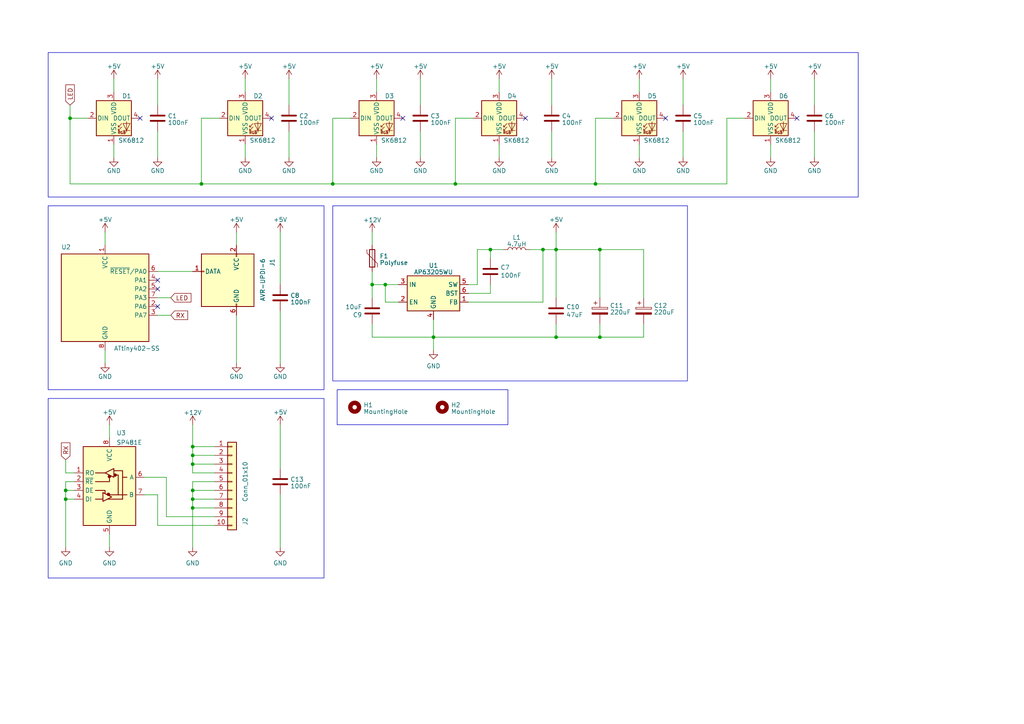
<source format=kicad_sch>
(kicad_sch (version 20230121) (generator eeschema)

  (uuid e63e39d7-6ac0-4ffd-8aa3-1841a4541b55)

  (paper "A4")

  (lib_symbols
    (symbol "Connector:AVR-UPDI-6" (pin_names (offset 1.016)) (in_bom yes) (on_board yes)
      (property "Reference" "J" (at -6.35 8.89 0)
        (effects (font (size 1.27 1.27)) (justify left))
      )
      (property "Value" "AVR-UPDI-6" (at 0 8.89 0)
        (effects (font (size 1.27 1.27)) (justify left))
      )
      (property "Footprint" "" (at -6.35 -1.27 90)
        (effects (font (size 1.27 1.27)) hide)
      )
      (property "Datasheet" "https://www.microchip.com/webdoc/GUID-9D10622A-5C16-4405-B092-1BDD437B4976/index.html?GUID-9B349315-2842-4189-B88C-49F4E1055D7F" (at -32.385 -13.97 0)
        (effects (font (size 1.27 1.27)) hide)
      )
      (property "ki_keywords" "AVR UPDI Connector" (at 0 0 0)
        (effects (font (size 1.27 1.27)) hide)
      )
      (property "ki_description" "Atmel 6-pin UPDI connector" (at 0 0 0)
        (effects (font (size 1.27 1.27)) hide)
      )
      (property "ki_fp_filters" "IDC?Header*2x03* Pin?Header*2x03*" (at 0 0 0)
        (effects (font (size 1.27 1.27)) hide)
      )
      (symbol "AVR-UPDI-6_0_1"
        (rectangle (start -2.667 -6.858) (end -2.413 -7.62)
          (stroke (width 0) (type default))
          (fill (type none))
        )
        (rectangle (start -2.667 7.62) (end -2.413 6.858)
          (stroke (width 0) (type default))
          (fill (type none))
        )
        (rectangle (start 7.62 2.667) (end 6.858 2.413)
          (stroke (width 0) (type default))
          (fill (type none))
        )
        (rectangle (start 7.62 7.62) (end -7.62 -7.62)
          (stroke (width 0.254) (type default))
          (fill (type background))
        )
      )
      (symbol "AVR-UPDI-6_1_1"
        (pin passive line (at 10.16 2.54 180) (length 2.54)
          (name "DATA" (effects (font (size 1.27 1.27))))
          (number "1" (effects (font (size 1.27 1.27))))
        )
        (pin passive line (at -2.54 10.16 270) (length 2.54)
          (name "VCC" (effects (font (size 1.27 1.27))))
          (number "2" (effects (font (size 1.27 1.27))))
        )
        (pin no_connect line (at 7.62 0 180) (length 2.54) hide
          (name "NC" (effects (font (size 1.27 1.27))))
          (number "3" (effects (font (size 1.27 1.27))))
        )
        (pin no_connect line (at 7.62 -2.54 180) (length 2.54) hide
          (name "NC" (effects (font (size 1.27 1.27))))
          (number "4" (effects (font (size 1.27 1.27))))
        )
        (pin no_connect line (at 7.62 -5.08 180) (length 2.54) hide
          (name "NC" (effects (font (size 1.27 1.27))))
          (number "5" (effects (font (size 1.27 1.27))))
        )
        (pin passive line (at -2.54 -10.16 90) (length 2.54)
          (name "GND" (effects (font (size 1.27 1.27))))
          (number "6" (effects (font (size 1.27 1.27))))
        )
      )
    )
    (symbol "Connector_Generic:Conn_01x10" (pin_names (offset 1.016) hide) (in_bom yes) (on_board yes)
      (property "Reference" "J" (at 0 12.7 0)
        (effects (font (size 1.27 1.27)))
      )
      (property "Value" "Conn_01x10" (at 0 -15.24 0)
        (effects (font (size 1.27 1.27)))
      )
      (property "Footprint" "" (at 0 0 0)
        (effects (font (size 1.27 1.27)) hide)
      )
      (property "Datasheet" "~" (at 0 0 0)
        (effects (font (size 1.27 1.27)) hide)
      )
      (property "ki_keywords" "connector" (at 0 0 0)
        (effects (font (size 1.27 1.27)) hide)
      )
      (property "ki_description" "Generic connector, single row, 01x10, script generated (kicad-library-utils/schlib/autogen/connector/)" (at 0 0 0)
        (effects (font (size 1.27 1.27)) hide)
      )
      (property "ki_fp_filters" "Connector*:*_1x??_*" (at 0 0 0)
        (effects (font (size 1.27 1.27)) hide)
      )
      (symbol "Conn_01x10_1_1"
        (rectangle (start -1.27 -12.573) (end 0 -12.827)
          (stroke (width 0.1524) (type default))
          (fill (type none))
        )
        (rectangle (start -1.27 -10.033) (end 0 -10.287)
          (stroke (width 0.1524) (type default))
          (fill (type none))
        )
        (rectangle (start -1.27 -7.493) (end 0 -7.747)
          (stroke (width 0.1524) (type default))
          (fill (type none))
        )
        (rectangle (start -1.27 -4.953) (end 0 -5.207)
          (stroke (width 0.1524) (type default))
          (fill (type none))
        )
        (rectangle (start -1.27 -2.413) (end 0 -2.667)
          (stroke (width 0.1524) (type default))
          (fill (type none))
        )
        (rectangle (start -1.27 0.127) (end 0 -0.127)
          (stroke (width 0.1524) (type default))
          (fill (type none))
        )
        (rectangle (start -1.27 2.667) (end 0 2.413)
          (stroke (width 0.1524) (type default))
          (fill (type none))
        )
        (rectangle (start -1.27 5.207) (end 0 4.953)
          (stroke (width 0.1524) (type default))
          (fill (type none))
        )
        (rectangle (start -1.27 7.747) (end 0 7.493)
          (stroke (width 0.1524) (type default))
          (fill (type none))
        )
        (rectangle (start -1.27 10.287) (end 0 10.033)
          (stroke (width 0.1524) (type default))
          (fill (type none))
        )
        (rectangle (start -1.27 11.43) (end 1.27 -13.97)
          (stroke (width 0.254) (type default))
          (fill (type background))
        )
        (pin passive line (at -5.08 10.16 0) (length 3.81)
          (name "Pin_1" (effects (font (size 1.27 1.27))))
          (number "1" (effects (font (size 1.27 1.27))))
        )
        (pin passive line (at -5.08 -12.7 0) (length 3.81)
          (name "Pin_10" (effects (font (size 1.27 1.27))))
          (number "10" (effects (font (size 1.27 1.27))))
        )
        (pin passive line (at -5.08 7.62 0) (length 3.81)
          (name "Pin_2" (effects (font (size 1.27 1.27))))
          (number "2" (effects (font (size 1.27 1.27))))
        )
        (pin passive line (at -5.08 5.08 0) (length 3.81)
          (name "Pin_3" (effects (font (size 1.27 1.27))))
          (number "3" (effects (font (size 1.27 1.27))))
        )
        (pin passive line (at -5.08 2.54 0) (length 3.81)
          (name "Pin_4" (effects (font (size 1.27 1.27))))
          (number "4" (effects (font (size 1.27 1.27))))
        )
        (pin passive line (at -5.08 0 0) (length 3.81)
          (name "Pin_5" (effects (font (size 1.27 1.27))))
          (number "5" (effects (font (size 1.27 1.27))))
        )
        (pin passive line (at -5.08 -2.54 0) (length 3.81)
          (name "Pin_6" (effects (font (size 1.27 1.27))))
          (number "6" (effects (font (size 1.27 1.27))))
        )
        (pin passive line (at -5.08 -5.08 0) (length 3.81)
          (name "Pin_7" (effects (font (size 1.27 1.27))))
          (number "7" (effects (font (size 1.27 1.27))))
        )
        (pin passive line (at -5.08 -7.62 0) (length 3.81)
          (name "Pin_8" (effects (font (size 1.27 1.27))))
          (number "8" (effects (font (size 1.27 1.27))))
        )
        (pin passive line (at -5.08 -10.16 0) (length 3.81)
          (name "Pin_9" (effects (font (size 1.27 1.27))))
          (number "9" (effects (font (size 1.27 1.27))))
        )
      )
    )
    (symbol "Device:C" (pin_numbers hide) (pin_names (offset 0.254)) (in_bom yes) (on_board yes)
      (property "Reference" "C" (at 0.635 2.54 0)
        (effects (font (size 1.27 1.27)) (justify left))
      )
      (property "Value" "C" (at 0.635 -2.54 0)
        (effects (font (size 1.27 1.27)) (justify left))
      )
      (property "Footprint" "" (at 0.9652 -3.81 0)
        (effects (font (size 1.27 1.27)) hide)
      )
      (property "Datasheet" "~" (at 0 0 0)
        (effects (font (size 1.27 1.27)) hide)
      )
      (property "ki_keywords" "cap capacitor" (at 0 0 0)
        (effects (font (size 1.27 1.27)) hide)
      )
      (property "ki_description" "Unpolarized capacitor" (at 0 0 0)
        (effects (font (size 1.27 1.27)) hide)
      )
      (property "ki_fp_filters" "C_*" (at 0 0 0)
        (effects (font (size 1.27 1.27)) hide)
      )
      (symbol "C_0_1"
        (polyline
          (pts
            (xy -2.032 -0.762)
            (xy 2.032 -0.762)
          )
          (stroke (width 0.508) (type default))
          (fill (type none))
        )
        (polyline
          (pts
            (xy -2.032 0.762)
            (xy 2.032 0.762)
          )
          (stroke (width 0.508) (type default))
          (fill (type none))
        )
      )
      (symbol "C_1_1"
        (pin passive line (at 0 3.81 270) (length 2.794)
          (name "~" (effects (font (size 1.27 1.27))))
          (number "1" (effects (font (size 1.27 1.27))))
        )
        (pin passive line (at 0 -3.81 90) (length 2.794)
          (name "~" (effects (font (size 1.27 1.27))))
          (number "2" (effects (font (size 1.27 1.27))))
        )
      )
    )
    (symbol "Device:C_Polarized" (pin_numbers hide) (pin_names (offset 0.254)) (in_bom yes) (on_board yes)
      (property "Reference" "C" (at 0.635 2.54 0)
        (effects (font (size 1.27 1.27)) (justify left))
      )
      (property "Value" "C_Polarized" (at 0.635 -2.54 0)
        (effects (font (size 1.27 1.27)) (justify left))
      )
      (property "Footprint" "" (at 0.9652 -3.81 0)
        (effects (font (size 1.27 1.27)) hide)
      )
      (property "Datasheet" "~" (at 0 0 0)
        (effects (font (size 1.27 1.27)) hide)
      )
      (property "ki_keywords" "cap capacitor" (at 0 0 0)
        (effects (font (size 1.27 1.27)) hide)
      )
      (property "ki_description" "Polarized capacitor" (at 0 0 0)
        (effects (font (size 1.27 1.27)) hide)
      )
      (property "ki_fp_filters" "CP_*" (at 0 0 0)
        (effects (font (size 1.27 1.27)) hide)
      )
      (symbol "C_Polarized_0_1"
        (rectangle (start -2.286 0.508) (end 2.286 1.016)
          (stroke (width 0) (type default))
          (fill (type none))
        )
        (polyline
          (pts
            (xy -1.778 2.286)
            (xy -0.762 2.286)
          )
          (stroke (width 0) (type default))
          (fill (type none))
        )
        (polyline
          (pts
            (xy -1.27 2.794)
            (xy -1.27 1.778)
          )
          (stroke (width 0) (type default))
          (fill (type none))
        )
        (rectangle (start 2.286 -0.508) (end -2.286 -1.016)
          (stroke (width 0) (type default))
          (fill (type outline))
        )
      )
      (symbol "C_Polarized_1_1"
        (pin passive line (at 0 3.81 270) (length 2.794)
          (name "~" (effects (font (size 1.27 1.27))))
          (number "1" (effects (font (size 1.27 1.27))))
        )
        (pin passive line (at 0 -3.81 90) (length 2.794)
          (name "~" (effects (font (size 1.27 1.27))))
          (number "2" (effects (font (size 1.27 1.27))))
        )
      )
    )
    (symbol "Device:L" (pin_numbers hide) (pin_names (offset 1.016) hide) (in_bom yes) (on_board yes)
      (property "Reference" "L" (at -1.27 0 90)
        (effects (font (size 1.27 1.27)))
      )
      (property "Value" "L" (at 1.905 0 90)
        (effects (font (size 1.27 1.27)))
      )
      (property "Footprint" "" (at 0 0 0)
        (effects (font (size 1.27 1.27)) hide)
      )
      (property "Datasheet" "~" (at 0 0 0)
        (effects (font (size 1.27 1.27)) hide)
      )
      (property "ki_keywords" "inductor choke coil reactor magnetic" (at 0 0 0)
        (effects (font (size 1.27 1.27)) hide)
      )
      (property "ki_description" "Inductor" (at 0 0 0)
        (effects (font (size 1.27 1.27)) hide)
      )
      (property "ki_fp_filters" "Choke_* *Coil* Inductor_* L_*" (at 0 0 0)
        (effects (font (size 1.27 1.27)) hide)
      )
      (symbol "L_0_1"
        (arc (start 0 -2.54) (mid 0.6323 -1.905) (end 0 -1.27)
          (stroke (width 0) (type default))
          (fill (type none))
        )
        (arc (start 0 -1.27) (mid 0.6323 -0.635) (end 0 0)
          (stroke (width 0) (type default))
          (fill (type none))
        )
        (arc (start 0 0) (mid 0.6323 0.635) (end 0 1.27)
          (stroke (width 0) (type default))
          (fill (type none))
        )
        (arc (start 0 1.27) (mid 0.6323 1.905) (end 0 2.54)
          (stroke (width 0) (type default))
          (fill (type none))
        )
      )
      (symbol "L_1_1"
        (pin passive line (at 0 3.81 270) (length 1.27)
          (name "1" (effects (font (size 1.27 1.27))))
          (number "1" (effects (font (size 1.27 1.27))))
        )
        (pin passive line (at 0 -3.81 90) (length 1.27)
          (name "2" (effects (font (size 1.27 1.27))))
          (number "2" (effects (font (size 1.27 1.27))))
        )
      )
    )
    (symbol "Device:Polyfuse" (pin_numbers hide) (pin_names (offset 0)) (in_bom yes) (on_board yes)
      (property "Reference" "F" (at -2.54 0 90)
        (effects (font (size 1.27 1.27)))
      )
      (property "Value" "Polyfuse" (at 2.54 0 90)
        (effects (font (size 1.27 1.27)))
      )
      (property "Footprint" "" (at 1.27 -5.08 0)
        (effects (font (size 1.27 1.27)) (justify left) hide)
      )
      (property "Datasheet" "~" (at 0 0 0)
        (effects (font (size 1.27 1.27)) hide)
      )
      (property "ki_keywords" "resettable fuse PTC PPTC polyfuse polyswitch" (at 0 0 0)
        (effects (font (size 1.27 1.27)) hide)
      )
      (property "ki_description" "Resettable fuse, polymeric positive temperature coefficient" (at 0 0 0)
        (effects (font (size 1.27 1.27)) hide)
      )
      (property "ki_fp_filters" "*polyfuse* *PTC*" (at 0 0 0)
        (effects (font (size 1.27 1.27)) hide)
      )
      (symbol "Polyfuse_0_1"
        (rectangle (start -0.762 2.54) (end 0.762 -2.54)
          (stroke (width 0.254) (type default))
          (fill (type none))
        )
        (polyline
          (pts
            (xy 0 2.54)
            (xy 0 -2.54)
          )
          (stroke (width 0) (type default))
          (fill (type none))
        )
        (polyline
          (pts
            (xy -1.524 2.54)
            (xy -1.524 1.524)
            (xy 1.524 -1.524)
            (xy 1.524 -2.54)
          )
          (stroke (width 0) (type default))
          (fill (type none))
        )
      )
      (symbol "Polyfuse_1_1"
        (pin passive line (at 0 3.81 270) (length 1.27)
          (name "~" (effects (font (size 1.27 1.27))))
          (number "1" (effects (font (size 1.27 1.27))))
        )
        (pin passive line (at 0 -3.81 90) (length 1.27)
          (name "~" (effects (font (size 1.27 1.27))))
          (number "2" (effects (font (size 1.27 1.27))))
        )
      )
    )
    (symbol "LED:SK6812" (pin_names (offset 0.254)) (in_bom yes) (on_board yes)
      (property "Reference" "D" (at 5.08 5.715 0)
        (effects (font (size 1.27 1.27)) (justify right bottom))
      )
      (property "Value" "SK6812" (at 1.27 -5.715 0)
        (effects (font (size 1.27 1.27)) (justify left top))
      )
      (property "Footprint" "LED_SMD:LED_SK6812_PLCC4_5.0x5.0mm_P3.2mm" (at 1.27 -7.62 0)
        (effects (font (size 1.27 1.27)) (justify left top) hide)
      )
      (property "Datasheet" "https://cdn-shop.adafruit.com/product-files/1138/SK6812+LED+datasheet+.pdf" (at 2.54 -9.525 0)
        (effects (font (size 1.27 1.27)) (justify left top) hide)
      )
      (property "ki_keywords" "RGB LED NeoPixel addressable" (at 0 0 0)
        (effects (font (size 1.27 1.27)) hide)
      )
      (property "ki_description" "RGB LED with integrated controller" (at 0 0 0)
        (effects (font (size 1.27 1.27)) hide)
      )
      (property "ki_fp_filters" "LED*SK6812*PLCC*5.0x5.0mm*P3.2mm*" (at 0 0 0)
        (effects (font (size 1.27 1.27)) hide)
      )
      (symbol "SK6812_0_0"
        (text "RGB" (at 2.286 -4.191 0)
          (effects (font (size 0.762 0.762)))
        )
      )
      (symbol "SK6812_0_1"
        (polyline
          (pts
            (xy 1.27 -3.556)
            (xy 1.778 -3.556)
          )
          (stroke (width 0) (type default))
          (fill (type none))
        )
        (polyline
          (pts
            (xy 1.27 -2.54)
            (xy 1.778 -2.54)
          )
          (stroke (width 0) (type default))
          (fill (type none))
        )
        (polyline
          (pts
            (xy 4.699 -3.556)
            (xy 2.667 -3.556)
          )
          (stroke (width 0) (type default))
          (fill (type none))
        )
        (polyline
          (pts
            (xy 2.286 -2.54)
            (xy 1.27 -3.556)
            (xy 1.27 -3.048)
          )
          (stroke (width 0) (type default))
          (fill (type none))
        )
        (polyline
          (pts
            (xy 2.286 -1.524)
            (xy 1.27 -2.54)
            (xy 1.27 -2.032)
          )
          (stroke (width 0) (type default))
          (fill (type none))
        )
        (polyline
          (pts
            (xy 3.683 -1.016)
            (xy 3.683 -3.556)
            (xy 3.683 -4.064)
          )
          (stroke (width 0) (type default))
          (fill (type none))
        )
        (polyline
          (pts
            (xy 4.699 -1.524)
            (xy 2.667 -1.524)
            (xy 3.683 -3.556)
            (xy 4.699 -1.524)
          )
          (stroke (width 0) (type default))
          (fill (type none))
        )
        (rectangle (start 5.08 5.08) (end -5.08 -5.08)
          (stroke (width 0.254) (type default))
          (fill (type background))
        )
      )
      (symbol "SK6812_1_1"
        (pin power_in line (at 0 -7.62 90) (length 2.54)
          (name "VSS" (effects (font (size 1.27 1.27))))
          (number "1" (effects (font (size 1.27 1.27))))
        )
        (pin input line (at -7.62 0 0) (length 2.54)
          (name "DIN" (effects (font (size 1.27 1.27))))
          (number "2" (effects (font (size 1.27 1.27))))
        )
        (pin power_in line (at 0 7.62 270) (length 2.54)
          (name "VDD" (effects (font (size 1.27 1.27))))
          (number "3" (effects (font (size 1.27 1.27))))
        )
        (pin output line (at 7.62 0 180) (length 2.54)
          (name "DOUT" (effects (font (size 1.27 1.27))))
          (number "4" (effects (font (size 1.27 1.27))))
        )
      )
    )
    (symbol "MCU_Microchip_ATtiny:ATtiny402-SS" (in_bom yes) (on_board yes)
      (property "Reference" "U" (at -12.7 13.97 0)
        (effects (font (size 1.27 1.27)) (justify left bottom))
      )
      (property "Value" "ATtiny402-SS" (at 2.54 -13.97 0)
        (effects (font (size 1.27 1.27)) (justify left top))
      )
      (property "Footprint" "Package_SO:SOIC-8_3.9x4.9mm_P1.27mm" (at 0 0 0)
        (effects (font (size 1.27 1.27) italic) hide)
      )
      (property "Datasheet" "http://ww1.microchip.com/downloads/en/DeviceDoc/ATtiny202-402-AVR-MCU-with-Core-Independent-Peripherals_and-picoPower-40001969A.pdf" (at 0 0 0)
        (effects (font (size 1.27 1.27)) hide)
      )
      (property "ki_keywords" "AVR 8bit Microcontroller tinyAVR" (at 0 0 0)
        (effects (font (size 1.27 1.27)) hide)
      )
      (property "ki_description" "20MHz, 4kB Flash, 256B SRAM, 128B EEPROM, SOIC-8" (at 0 0 0)
        (effects (font (size 1.27 1.27)) hide)
      )
      (property "ki_fp_filters" "SOIC*3.9x4.9mm*P1.27mm*" (at 0 0 0)
        (effects (font (size 1.27 1.27)) hide)
      )
      (symbol "ATtiny402-SS_0_1"
        (rectangle (start -12.7 -12.7) (end 12.7 12.7)
          (stroke (width 0.254) (type default))
          (fill (type background))
        )
      )
      (symbol "ATtiny402-SS_1_1"
        (pin power_in line (at 0 15.24 270) (length 2.54)
          (name "VCC" (effects (font (size 1.27 1.27))))
          (number "1" (effects (font (size 1.27 1.27))))
        )
        (pin bidirectional line (at 15.24 -2.54 180) (length 2.54)
          (name "PA6" (effects (font (size 1.27 1.27))))
          (number "2" (effects (font (size 1.27 1.27))))
        )
        (pin bidirectional line (at 15.24 -5.08 180) (length 2.54)
          (name "PA7" (effects (font (size 1.27 1.27))))
          (number "3" (effects (font (size 1.27 1.27))))
        )
        (pin bidirectional line (at 15.24 5.08 180) (length 2.54)
          (name "PA1" (effects (font (size 1.27 1.27))))
          (number "4" (effects (font (size 1.27 1.27))))
        )
        (pin bidirectional line (at 15.24 2.54 180) (length 2.54)
          (name "PA2" (effects (font (size 1.27 1.27))))
          (number "5" (effects (font (size 1.27 1.27))))
        )
        (pin bidirectional line (at 15.24 7.62 180) (length 2.54)
          (name "~{RESET}/PA0" (effects (font (size 1.27 1.27))))
          (number "6" (effects (font (size 1.27 1.27))))
        )
        (pin bidirectional line (at 15.24 0 180) (length 2.54)
          (name "PA3" (effects (font (size 1.27 1.27))))
          (number "7" (effects (font (size 1.27 1.27))))
        )
        (pin power_in line (at 0 -15.24 90) (length 2.54)
          (name "GND" (effects (font (size 1.27 1.27))))
          (number "8" (effects (font (size 1.27 1.27))))
        )
      )
    )
    (symbol "Mechanical:MountingHole" (pin_names (offset 1.016)) (in_bom yes) (on_board yes)
      (property "Reference" "H" (at 0 5.08 0)
        (effects (font (size 1.27 1.27)))
      )
      (property "Value" "MountingHole" (at 0 3.175 0)
        (effects (font (size 1.27 1.27)))
      )
      (property "Footprint" "" (at 0 0 0)
        (effects (font (size 1.27 1.27)) hide)
      )
      (property "Datasheet" "~" (at 0 0 0)
        (effects (font (size 1.27 1.27)) hide)
      )
      (property "ki_keywords" "mounting hole" (at 0 0 0)
        (effects (font (size 1.27 1.27)) hide)
      )
      (property "ki_description" "Mounting Hole without connection" (at 0 0 0)
        (effects (font (size 1.27 1.27)) hide)
      )
      (property "ki_fp_filters" "MountingHole*" (at 0 0 0)
        (effects (font (size 1.27 1.27)) hide)
      )
      (symbol "MountingHole_0_1"
        (circle (center 0 0) (radius 1.27)
          (stroke (width 1.27) (type default))
          (fill (type none))
        )
      )
    )
    (symbol "Regulator_Switching:AP63205WU" (in_bom yes) (on_board yes)
      (property "Reference" "U" (at -7.62 6.35 0)
        (effects (font (size 1.27 1.27)))
      )
      (property "Value" "AP63205WU" (at 2.54 6.35 0)
        (effects (font (size 1.27 1.27)))
      )
      (property "Footprint" "Package_TO_SOT_SMD:TSOT-23-6" (at 0 -22.86 0)
        (effects (font (size 1.27 1.27)) hide)
      )
      (property "Datasheet" "https://www.diodes.com/assets/Datasheets/AP63200-AP63201-AP63203-AP63205.pdf" (at 0 0 0)
        (effects (font (size 1.27 1.27)) hide)
      )
      (property "ki_keywords" "2A Buck DC/DC" (at 0 0 0)
        (effects (font (size 1.27 1.27)) hide)
      )
      (property "ki_description" "2A, 1.1MHz Buck DC/DC Converter, fixed 5.0V output voltage, TSOT-23-6" (at 0 0 0)
        (effects (font (size 1.27 1.27)) hide)
      )
      (property "ki_fp_filters" "TSOT?23*" (at 0 0 0)
        (effects (font (size 1.27 1.27)) hide)
      )
      (symbol "AP63205WU_0_1"
        (rectangle (start -7.62 5.08) (end 7.62 -5.08)
          (stroke (width 0.254) (type default))
          (fill (type background))
        )
      )
      (symbol "AP63205WU_1_1"
        (pin input line (at 10.16 -2.54 180) (length 2.54)
          (name "FB" (effects (font (size 1.27 1.27))))
          (number "1" (effects (font (size 1.27 1.27))))
        )
        (pin input line (at -10.16 -2.54 0) (length 2.54)
          (name "EN" (effects (font (size 1.27 1.27))))
          (number "2" (effects (font (size 1.27 1.27))))
        )
        (pin power_in line (at -10.16 2.54 0) (length 2.54)
          (name "IN" (effects (font (size 1.27 1.27))))
          (number "3" (effects (font (size 1.27 1.27))))
        )
        (pin power_in line (at 0 -7.62 90) (length 2.54)
          (name "GND" (effects (font (size 1.27 1.27))))
          (number "4" (effects (font (size 1.27 1.27))))
        )
        (pin output line (at 10.16 2.54 180) (length 2.54)
          (name "SW" (effects (font (size 1.27 1.27))))
          (number "5" (effects (font (size 1.27 1.27))))
        )
        (pin passive line (at 10.16 0 180) (length 2.54)
          (name "BST" (effects (font (size 1.27 1.27))))
          (number "6" (effects (font (size 1.27 1.27))))
        )
      )
    )
    (symbol "kiu:SP481E" (in_bom yes) (on_board yes)
      (property "Reference" "U" (at 3.81 12.7 0)
        (effects (font (size 1.27 1.27)))
      )
      (property "Value" "SP481E" (at 7.62 -12.7 0)
        (effects (font (size 1.27 1.27)) (justify right))
      )
      (property "Footprint" "" (at 0 0 0)
        (effects (font (size 1.27 1.27)) hide)
      )
      (property "Datasheet" "" (at 0 0 0)
        (effects (font (size 1.27 1.27)) hide)
      )
      (symbol "SP481E_0_1"
        (rectangle (start -7.62 11.43) (end 7.62 -11.43)
          (stroke (width 0.254) (type default))
          (fill (type background))
        )
        (circle (center -0.3048 -2.413) (radius 0.3556)
          (stroke (width 0.254) (type default))
          (fill (type outline))
        )
        (circle (center -0.0254 2.7686) (radius 0.3556)
          (stroke (width 0.254) (type default))
          (fill (type outline))
        )
        (polyline
          (pts
            (xy -4.064 -3.81)
            (xy -1.905 -3.81)
          )
          (stroke (width 0.254) (type default))
          (fill (type none))
        )
        (polyline
          (pts
            (xy -4.064 3.81)
            (xy -1.27 3.81)
          )
          (stroke (width 0.254) (type default))
          (fill (type none))
        )
        (polyline
          (pts
            (xy -1.27 -1.9304)
            (xy -1.27 -2.1844)
          )
          (stroke (width 0.254) (type default))
          (fill (type none))
        )
        (polyline
          (pts
            (xy -0.635 -3.81)
            (xy 3.81 -3.81)
          )
          (stroke (width 0.254) (type default))
          (fill (type none))
        )
        (polyline
          (pts
            (xy 1.27 3.175)
            (xy 2.54 3.175)
          )
          (stroke (width 0.254) (type default))
          (fill (type none))
        )
        (polyline
          (pts
            (xy 2.54 -2.54)
            (xy 5.08 -2.54)
          )
          (stroke (width 0.254) (type default))
          (fill (type none))
        )
        (polyline
          (pts
            (xy 3.81 2.54)
            (xy 5.08 2.54)
          )
          (stroke (width 0.254) (type default))
          (fill (type none))
        )
        (polyline
          (pts
            (xy -4.064 -1.27)
            (xy -1.27 -1.27)
            (xy -1.27 -1.905)
          )
          (stroke (width 0.254) (type default))
          (fill (type none))
        )
        (polyline
          (pts
            (xy 0 2.54)
            (xy 0 1.27)
            (xy -4.064 1.27)
          )
          (stroke (width 0.254) (type default))
          (fill (type none))
        )
        (polyline
          (pts
            (xy 1.27 4.445)
            (xy 3.81 4.445)
            (xy 3.81 -3.81)
          )
          (stroke (width 0.254) (type default))
          (fill (type none))
        )
        (polyline
          (pts
            (xy 2.54 3.175)
            (xy 2.54 -2.54)
            (xy 0 -2.54)
          )
          (stroke (width 0.254) (type default))
          (fill (type none))
        )
        (polyline
          (pts
            (xy -1.905 -1.905)
            (xy -1.905 -4.445)
            (xy 0.635 -3.175)
            (xy -1.905 -1.905)
          )
          (stroke (width 0.254) (type default))
          (fill (type none))
        )
        (polyline
          (pts
            (xy -1.27 3.81)
            (xy 1.27 5.08)
            (xy 1.27 2.54)
            (xy -1.27 3.81)
          )
          (stroke (width 0.254) (type default))
          (fill (type none))
        )
        (rectangle (start 1.27 4.445) (end 1.27 4.445)
          (stroke (width 0) (type default))
          (fill (type none))
        )
        (circle (center 1.651 3.175) (radius 0.3556)
          (stroke (width 0.254) (type default))
          (fill (type outline))
        )
      )
      (symbol "SP481E_1_1"
        (pin output line (at -10.16 3.81 0) (length 2.54)
          (name "RO" (effects (font (size 1.27 1.27))))
          (number "1" (effects (font (size 1.27 1.27))))
        )
        (pin input line (at -10.16 1.27 0) (length 2.54)
          (name "~{RE}" (effects (font (size 1.27 1.27))))
          (number "2" (effects (font (size 1.27 1.27))))
        )
        (pin input line (at -10.16 -1.27 0) (length 2.54)
          (name "DE" (effects (font (size 1.27 1.27))))
          (number "3" (effects (font (size 1.27 1.27))))
        )
        (pin input line (at -10.16 -3.81 0) (length 2.54)
          (name "DI" (effects (font (size 1.27 1.27))))
          (number "4" (effects (font (size 1.27 1.27))))
        )
        (pin power_in line (at 0 -13.97 90) (length 2.54)
          (name "GND" (effects (font (size 1.27 1.27))))
          (number "5" (effects (font (size 1.27 1.27))))
        )
        (pin bidirectional line (at 10.16 2.54 180) (length 2.54)
          (name "A" (effects (font (size 1.27 1.27))))
          (number "6" (effects (font (size 1.27 1.27))))
        )
        (pin bidirectional line (at 10.16 -2.54 180) (length 2.54)
          (name "B" (effects (font (size 1.27 1.27))))
          (number "7" (effects (font (size 1.27 1.27))))
        )
        (pin power_in line (at 0 13.97 270) (length 2.54)
          (name "VCC" (effects (font (size 1.27 1.27))))
          (number "8" (effects (font (size 1.27 1.27))))
        )
      )
    )
    (symbol "power:+12V" (power) (pin_names (offset 0)) (in_bom yes) (on_board yes)
      (property "Reference" "#PWR" (at 0 -3.81 0)
        (effects (font (size 1.27 1.27)) hide)
      )
      (property "Value" "+12V" (at 0 3.556 0)
        (effects (font (size 1.27 1.27)))
      )
      (property "Footprint" "" (at 0 0 0)
        (effects (font (size 1.27 1.27)) hide)
      )
      (property "Datasheet" "" (at 0 0 0)
        (effects (font (size 1.27 1.27)) hide)
      )
      (property "ki_keywords" "global power" (at 0 0 0)
        (effects (font (size 1.27 1.27)) hide)
      )
      (property "ki_description" "Power symbol creates a global label with name \"+12V\"" (at 0 0 0)
        (effects (font (size 1.27 1.27)) hide)
      )
      (symbol "+12V_0_1"
        (polyline
          (pts
            (xy -0.762 1.27)
            (xy 0 2.54)
          )
          (stroke (width 0) (type default))
          (fill (type none))
        )
        (polyline
          (pts
            (xy 0 0)
            (xy 0 2.54)
          )
          (stroke (width 0) (type default))
          (fill (type none))
        )
        (polyline
          (pts
            (xy 0 2.54)
            (xy 0.762 1.27)
          )
          (stroke (width 0) (type default))
          (fill (type none))
        )
      )
      (symbol "+12V_1_1"
        (pin power_in line (at 0 0 90) (length 0) hide
          (name "+12V" (effects (font (size 1.27 1.27))))
          (number "1" (effects (font (size 1.27 1.27))))
        )
      )
    )
    (symbol "power:+5V" (power) (pin_names (offset 0)) (in_bom yes) (on_board yes)
      (property "Reference" "#PWR" (at 0 -3.81 0)
        (effects (font (size 1.27 1.27)) hide)
      )
      (property "Value" "+5V" (at 0 3.556 0)
        (effects (font (size 1.27 1.27)))
      )
      (property "Footprint" "" (at 0 0 0)
        (effects (font (size 1.27 1.27)) hide)
      )
      (property "Datasheet" "" (at 0 0 0)
        (effects (font (size 1.27 1.27)) hide)
      )
      (property "ki_keywords" "global power" (at 0 0 0)
        (effects (font (size 1.27 1.27)) hide)
      )
      (property "ki_description" "Power symbol creates a global label with name \"+5V\"" (at 0 0 0)
        (effects (font (size 1.27 1.27)) hide)
      )
      (symbol "+5V_0_1"
        (polyline
          (pts
            (xy -0.762 1.27)
            (xy 0 2.54)
          )
          (stroke (width 0) (type default))
          (fill (type none))
        )
        (polyline
          (pts
            (xy 0 0)
            (xy 0 2.54)
          )
          (stroke (width 0) (type default))
          (fill (type none))
        )
        (polyline
          (pts
            (xy 0 2.54)
            (xy 0.762 1.27)
          )
          (stroke (width 0) (type default))
          (fill (type none))
        )
      )
      (symbol "+5V_1_1"
        (pin power_in line (at 0 0 90) (length 0) hide
          (name "+5V" (effects (font (size 1.27 1.27))))
          (number "1" (effects (font (size 1.27 1.27))))
        )
      )
    )
    (symbol "power:GND" (power) (pin_names (offset 0)) (in_bom yes) (on_board yes)
      (property "Reference" "#PWR" (at 0 -6.35 0)
        (effects (font (size 1.27 1.27)) hide)
      )
      (property "Value" "GND" (at 0 -3.81 0)
        (effects (font (size 1.27 1.27)))
      )
      (property "Footprint" "" (at 0 0 0)
        (effects (font (size 1.27 1.27)) hide)
      )
      (property "Datasheet" "" (at 0 0 0)
        (effects (font (size 1.27 1.27)) hide)
      )
      (property "ki_keywords" "global power" (at 0 0 0)
        (effects (font (size 1.27 1.27)) hide)
      )
      (property "ki_description" "Power symbol creates a global label with name \"GND\" , ground" (at 0 0 0)
        (effects (font (size 1.27 1.27)) hide)
      )
      (symbol "GND_0_1"
        (polyline
          (pts
            (xy 0 0)
            (xy 0 -1.27)
            (xy 1.27 -1.27)
            (xy 0 -2.54)
            (xy -1.27 -1.27)
            (xy 0 -1.27)
          )
          (stroke (width 0) (type default))
          (fill (type none))
        )
      )
      (symbol "GND_1_1"
        (pin power_in line (at 0 0 270) (length 0) hide
          (name "GND" (effects (font (size 1.27 1.27))))
          (number "1" (effects (font (size 1.27 1.27))))
        )
      )
    )
  )

  (junction (at 132.08 53.34) (diameter 0) (color 0 0 0 0)
    (uuid 1e5cf154-bd3d-4934-b90c-8725273312a3)
  )
  (junction (at 55.88 129.54) (diameter 0) (color 0 0 0 0)
    (uuid 2063729e-eba6-4baa-8b6f-d82e862dc035)
  )
  (junction (at 55.88 142.24) (diameter 0) (color 0 0 0 0)
    (uuid 210b4586-7fb1-453c-a012-150951ba2378)
  )
  (junction (at 55.88 134.62) (diameter 0) (color 0 0 0 0)
    (uuid 4717d0fe-4403-41d8-b34e-f32ad0c89ac4)
  )
  (junction (at 125.73 97.79) (diameter 0) (color 0 0 0 0)
    (uuid 5d417adf-6c4e-44d8-a75d-6da776fbc7dc)
  )
  (junction (at 173.99 72.39) (diameter 0) (color 0 0 0 0)
    (uuid 5e56f492-a487-4b28-b8ce-9034ec08ac3c)
  )
  (junction (at 111.76 82.55) (diameter 0) (color 0 0 0 0)
    (uuid 5fff1880-9c93-4eea-9ff0-604065b71f34)
  )
  (junction (at 157.48 72.39) (diameter 0) (color 0 0 0 0)
    (uuid 6cf7cc28-4a8f-4eab-8c0d-88baa88092a5)
  )
  (junction (at 173.99 97.79) (diameter 0) (color 0 0 0 0)
    (uuid 7041c54b-f012-4e94-8bbc-5491e4736a54)
  )
  (junction (at 96.52 53.34) (diameter 0) (color 0 0 0 0)
    (uuid 78aa32e1-bf02-47b4-a3f3-04356c91f369)
  )
  (junction (at 142.24 72.39) (diameter 0) (color 0 0 0 0)
    (uuid 78f26776-641c-46cf-819d-06197135ca81)
  )
  (junction (at 172.72 53.34) (diameter 0) (color 0 0 0 0)
    (uuid 7ab9380b-d7b1-466e-81b3-835359871e56)
  )
  (junction (at 19.05 142.24) (diameter 0) (color 0 0 0 0)
    (uuid 80bb04a2-d42a-46d4-a330-47cb1ed93a63)
  )
  (junction (at 161.29 72.39) (diameter 0) (color 0 0 0 0)
    (uuid 8cdaed1a-5302-4eeb-8888-71349e120428)
  )
  (junction (at 19.05 144.78) (diameter 0) (color 0 0 0 0)
    (uuid 8f0227c3-8242-4fc0-90b5-80d581bddba1)
  )
  (junction (at 58.42 53.34) (diameter 0) (color 0 0 0 0)
    (uuid 9db8529c-f5b7-48bd-a163-9aab4355d53c)
  )
  (junction (at 55.88 132.08) (diameter 0) (color 0 0 0 0)
    (uuid a623a541-6c5f-4a82-a0ec-79f85b6b21ef)
  )
  (junction (at 55.88 144.78) (diameter 0) (color 0 0 0 0)
    (uuid b44b23f0-bd88-4300-979d-37f303b9f6a0)
  )
  (junction (at 20.32 34.29) (diameter 0) (color 0 0 0 0)
    (uuid b544353a-64c0-488b-897c-5e4029163cc5)
  )
  (junction (at 55.88 147.32) (diameter 0) (color 0 0 0 0)
    (uuid de4e28a4-f0a0-4ef4-a0e6-d72af2d37a67)
  )
  (junction (at 107.95 82.55) (diameter 0) (color 0 0 0 0)
    (uuid ee559f56-38d5-4cbf-91d4-1d68928a7f85)
  )
  (junction (at 161.29 97.79) (diameter 0) (color 0 0 0 0)
    (uuid ff7fe62e-bb08-46af-9c59-669ad62ac775)
  )

  (no_connect (at 152.4 34.29) (uuid 1110fa2e-4319-4a75-a99f-1206edda07e2))
  (no_connect (at 45.72 83.82) (uuid 43c88a60-cb42-4d3e-b027-3a1acac2b10b))
  (no_connect (at 231.14 34.29) (uuid 5fb16f8d-eb1b-45ab-9b5a-42c68ca152b5))
  (no_connect (at 40.64 34.29) (uuid 9c14267f-6955-4cc5-8c22-dcfb61b20167))
  (no_connect (at 193.04 34.29) (uuid ba034257-9c5f-48d2-bf0b-f55defc5684f))
  (no_connect (at 78.74 34.29) (uuid c09b6e87-c0ab-4bea-97e9-9f17474df326))
  (no_connect (at 45.72 88.9) (uuid c553970b-38b9-48c0-bcb6-1d109d6190ff))
  (no_connect (at 45.72 81.28) (uuid db755903-df5e-4a2c-963a-becd79dc86cf))
  (no_connect (at 116.84 34.29) (uuid fc2c10a7-5ffc-4ebf-ae6b-2295c77dc603))

  (wire (pts (xy 144.78 41.91) (xy 144.78 45.72))
    (stroke (width 0) (type default))
    (uuid 01fed917-2bf6-4f12-84a9-735bf9b1a135)
  )
  (wire (pts (xy 173.99 97.79) (xy 186.69 97.79))
    (stroke (width 0) (type default))
    (uuid 0248f25d-b95e-43d2-ae88-cd41a432285b)
  )
  (wire (pts (xy 107.95 67.31) (xy 107.95 71.12))
    (stroke (width 0) (type default))
    (uuid 042fac7a-0283-4ddc-9c9f-acd48d4034f3)
  )
  (wire (pts (xy 58.42 34.29) (xy 63.5 34.29))
    (stroke (width 0) (type default))
    (uuid 056283bc-8324-419c-85cb-4c3d78ae0b74)
  )
  (wire (pts (xy 186.69 86.36) (xy 186.69 72.39))
    (stroke (width 0) (type default))
    (uuid 057780e1-e03f-4f35-bbe0-f73d5c9251d7)
  )
  (wire (pts (xy 186.69 97.79) (xy 186.69 93.98))
    (stroke (width 0) (type default))
    (uuid 057e5e60-f368-4934-99d8-37c6a71eac5e)
  )
  (wire (pts (xy 68.58 67.31) (xy 68.58 71.12))
    (stroke (width 0) (type default))
    (uuid 07a13e75-12eb-42c3-b240-eddfab143742)
  )
  (wire (pts (xy 55.88 129.54) (xy 55.88 132.08))
    (stroke (width 0) (type default))
    (uuid 07a4b2ac-9f11-447e-964e-4a11322b93e4)
  )
  (wire (pts (xy 55.88 142.24) (xy 55.88 144.78))
    (stroke (width 0) (type default))
    (uuid 07c4c238-6403-4327-b6d6-e3cef522d132)
  )
  (wire (pts (xy 19.05 142.24) (xy 19.05 144.78))
    (stroke (width 0) (type default))
    (uuid 09efb964-60aa-4958-927a-864d7c24ce21)
  )
  (wire (pts (xy 161.29 72.39) (xy 173.99 72.39))
    (stroke (width 0) (type default))
    (uuid 0b8b5653-9c79-4a6c-a471-9eb94d0e786d)
  )
  (wire (pts (xy 20.32 30.48) (xy 20.32 34.29))
    (stroke (width 0) (type default))
    (uuid 0f77392c-5cf0-40b4-bc5a-12ab9e234c44)
  )
  (wire (pts (xy 144.78 22.86) (xy 144.78 26.67))
    (stroke (width 0) (type default))
    (uuid 1295e6df-876d-430f-bf80-18c235d21db9)
  )
  (wire (pts (xy 55.88 142.24) (xy 62.23 142.24))
    (stroke (width 0) (type default))
    (uuid 16730711-7f10-43a4-bfc6-446fa858de0e)
  )
  (wire (pts (xy 125.73 97.79) (xy 161.29 97.79))
    (stroke (width 0) (type default))
    (uuid 17e82789-8845-450e-b207-bb8048455eaa)
  )
  (wire (pts (xy 83.82 38.1) (xy 83.82 45.72))
    (stroke (width 0) (type default))
    (uuid 193c4177-81fd-4460-bc9b-42cb077360ea)
  )
  (wire (pts (xy 41.91 138.43) (xy 48.26 138.43))
    (stroke (width 0) (type default))
    (uuid 1a3b3ac1-1149-4af0-88a5-7f64e33c4898)
  )
  (wire (pts (xy 223.52 22.86) (xy 223.52 26.67))
    (stroke (width 0) (type default))
    (uuid 1adeaaf6-88e1-476a-98e1-7a1af31c6ea7)
  )
  (wire (pts (xy 109.22 22.86) (xy 109.22 26.67))
    (stroke (width 0) (type default))
    (uuid 1bc83899-5229-498e-aa33-04f2dd909a3a)
  )
  (wire (pts (xy 25.4 34.29) (xy 20.32 34.29))
    (stroke (width 0) (type default))
    (uuid 1c3b4867-8971-4ee0-92f2-deb2dbaaba63)
  )
  (wire (pts (xy 19.05 139.7) (xy 19.05 142.24))
    (stroke (width 0) (type default))
    (uuid 1ebc3cc9-db33-4a34-9728-0a83b690bb2c)
  )
  (wire (pts (xy 55.88 144.78) (xy 55.88 147.32))
    (stroke (width 0) (type default))
    (uuid 230e039b-1200-49f4-9764-81cfdd0b465a)
  )
  (wire (pts (xy 55.88 147.32) (xy 55.88 158.75))
    (stroke (width 0) (type default))
    (uuid 29ca74a9-08cf-437e-b976-0ab15a83e98e)
  )
  (wire (pts (xy 121.92 38.1) (xy 121.92 45.72))
    (stroke (width 0) (type default))
    (uuid 31712439-facd-4376-9b1a-4f0ab276f421)
  )
  (wire (pts (xy 107.95 82.55) (xy 111.76 82.55))
    (stroke (width 0) (type default))
    (uuid 31b854b7-1a16-4673-8c01-78548e0ebf6e)
  )
  (wire (pts (xy 30.48 67.31) (xy 30.48 71.12))
    (stroke (width 0) (type default))
    (uuid 35511fe2-42fd-4b35-9d54-15a712518634)
  )
  (wire (pts (xy 58.42 53.34) (xy 96.52 53.34))
    (stroke (width 0) (type default))
    (uuid 36f915d3-638a-4bfb-afe2-2e843673fcea)
  )
  (wire (pts (xy 132.08 53.34) (xy 172.72 53.34))
    (stroke (width 0) (type default))
    (uuid 375d6dba-77e6-46c2-92d7-92c744c32ae8)
  )
  (wire (pts (xy 132.08 53.34) (xy 132.08 34.29))
    (stroke (width 0) (type default))
    (uuid 382984f9-30b1-4445-a448-c1402e7c39a0)
  )
  (wire (pts (xy 55.88 132.08) (xy 62.23 132.08))
    (stroke (width 0) (type default))
    (uuid 3903491a-81fe-4388-bfed-3194999660b5)
  )
  (wire (pts (xy 62.23 137.16) (xy 55.88 137.16))
    (stroke (width 0) (type default))
    (uuid 39597e81-f70e-461a-8b54-a3cbec89ae00)
  )
  (wire (pts (xy 236.22 38.1) (xy 236.22 45.72))
    (stroke (width 0) (type default))
    (uuid 3a19f3b6-3089-4c19-b92f-245bd92376b2)
  )
  (wire (pts (xy 109.22 41.91) (xy 109.22 45.72))
    (stroke (width 0) (type default))
    (uuid 3b3f6d72-8574-421d-838d-3d640103c2b8)
  )
  (wire (pts (xy 48.26 149.86) (xy 48.26 138.43))
    (stroke (width 0) (type default))
    (uuid 3d149919-51a7-4190-8da0-c6400f1ad8cf)
  )
  (wire (pts (xy 186.69 72.39) (xy 173.99 72.39))
    (stroke (width 0) (type default))
    (uuid 3e7fa9ab-bd13-4bac-b851-0b6dfe24295b)
  )
  (wire (pts (xy 198.12 38.1) (xy 198.12 45.72))
    (stroke (width 0) (type default))
    (uuid 421d024e-1d86-43ef-92f7-c0aadc6fcbcf)
  )
  (wire (pts (xy 160.02 22.86) (xy 160.02 30.48))
    (stroke (width 0) (type default))
    (uuid 4740f3cc-3915-479a-921e-f23e898eed14)
  )
  (wire (pts (xy 81.28 143.51) (xy 81.28 158.75))
    (stroke (width 0) (type default))
    (uuid 5018486f-0e73-4b10-b770-32614e213230)
  )
  (wire (pts (xy 157.48 87.63) (xy 157.48 72.39))
    (stroke (width 0) (type default))
    (uuid 522de123-faa1-492b-a989-de30be29995d)
  )
  (wire (pts (xy 111.76 87.63) (xy 115.57 87.63))
    (stroke (width 0) (type default))
    (uuid 52f691fc-9720-465f-a3df-b77ec1313d00)
  )
  (wire (pts (xy 198.12 22.86) (xy 198.12 30.48))
    (stroke (width 0) (type default))
    (uuid 557b225a-b0d9-4614-bdf3-f4ec6ef89f94)
  )
  (wire (pts (xy 55.88 123.19) (xy 55.88 129.54))
    (stroke (width 0) (type default))
    (uuid 58475425-b42f-4af3-9c27-3bfb381b9dbc)
  )
  (wire (pts (xy 71.12 22.86) (xy 71.12 26.67))
    (stroke (width 0) (type default))
    (uuid 5968bf51-f8cb-410a-8413-35552bc63278)
  )
  (wire (pts (xy 96.52 53.34) (xy 96.52 34.29))
    (stroke (width 0) (type default))
    (uuid 59d0e31e-be45-4e90-9f4b-81c86407556f)
  )
  (wire (pts (xy 81.28 123.19) (xy 81.28 135.89))
    (stroke (width 0) (type default))
    (uuid 5d85afe6-58a2-4400-bd14-210d5a3c4041)
  )
  (wire (pts (xy 236.22 22.86) (xy 236.22 30.48))
    (stroke (width 0) (type default))
    (uuid 5d9a2257-8ff6-48d3-900a-faf2ee8ca040)
  )
  (wire (pts (xy 161.29 93.98) (xy 161.29 97.79))
    (stroke (width 0) (type default))
    (uuid 5de968a1-1477-4e59-99d5-82156e26acb7)
  )
  (wire (pts (xy 41.91 143.51) (xy 45.72 143.51))
    (stroke (width 0) (type default))
    (uuid 5f6b5c30-781a-4047-9227-2733b7cc980c)
  )
  (wire (pts (xy 55.88 147.32) (xy 62.23 147.32))
    (stroke (width 0) (type default))
    (uuid 62176864-d0cf-476b-8cca-51d4d8c36c5c)
  )
  (wire (pts (xy 33.02 22.86) (xy 33.02 26.67))
    (stroke (width 0) (type default))
    (uuid 628f554f-07cd-47c0-8480-60fd51fbb7a8)
  )
  (wire (pts (xy 161.29 97.79) (xy 173.99 97.79))
    (stroke (width 0) (type default))
    (uuid 63c08700-c837-4652-8a56-11d89b89a312)
  )
  (wire (pts (xy 210.82 53.34) (xy 210.82 34.29))
    (stroke (width 0) (type default))
    (uuid 63d5966c-fe21-4481-ad60-456be465acd1)
  )
  (wire (pts (xy 83.82 22.86) (xy 83.82 30.48))
    (stroke (width 0) (type default))
    (uuid 642487fc-4e8a-40fb-8438-94a085b90ab1)
  )
  (wire (pts (xy 173.99 93.98) (xy 173.99 97.79))
    (stroke (width 0) (type default))
    (uuid 64b3e360-6d53-4171-8b91-a4fdf8f647d4)
  )
  (wire (pts (xy 55.88 139.7) (xy 55.88 142.24))
    (stroke (width 0) (type default))
    (uuid 65e36e29-7a79-403a-a1b5-d40ad42edffb)
  )
  (wire (pts (xy 160.02 38.1) (xy 160.02 45.72))
    (stroke (width 0) (type default))
    (uuid 6af35652-0e16-4381-a427-a1695c0cf6fa)
  )
  (wire (pts (xy 19.05 144.78) (xy 21.59 144.78))
    (stroke (width 0) (type default))
    (uuid 6cfe25c4-c974-4411-8772-a9c3a292da34)
  )
  (wire (pts (xy 81.28 90.17) (xy 81.28 105.41))
    (stroke (width 0) (type default))
    (uuid 6db894e2-2f1e-4e62-b79a-ac8322f350de)
  )
  (wire (pts (xy 161.29 67.31) (xy 161.29 72.39))
    (stroke (width 0) (type default))
    (uuid 6f0c2c85-9739-4a6d-868b-ad95d1553492)
  )
  (wire (pts (xy 45.72 91.44) (xy 49.53 91.44))
    (stroke (width 0) (type default))
    (uuid 6fa62048-0a85-46d7-b079-db3963cb90c0)
  )
  (wire (pts (xy 135.89 87.63) (xy 157.48 87.63))
    (stroke (width 0) (type default))
    (uuid 73e59fcc-0976-46eb-9e54-8311829a87ce)
  )
  (wire (pts (xy 153.67 72.39) (xy 157.48 72.39))
    (stroke (width 0) (type default))
    (uuid 75cd5dfe-a0a7-4a56-813c-137d74c9a8ae)
  )
  (wire (pts (xy 210.82 34.29) (xy 215.9 34.29))
    (stroke (width 0) (type default))
    (uuid 775fef6b-c00f-4fe7-b1c3-addf04006867)
  )
  (wire (pts (xy 125.73 92.71) (xy 125.73 97.79))
    (stroke (width 0) (type default))
    (uuid 7830673e-3e4e-48e8-888e-44e2dc25941a)
  )
  (wire (pts (xy 96.52 34.29) (xy 101.6 34.29))
    (stroke (width 0) (type default))
    (uuid 783c7160-0450-4dbf-9645-8936f674a554)
  )
  (wire (pts (xy 55.88 137.16) (xy 55.88 134.62))
    (stroke (width 0) (type default))
    (uuid 790a19b0-516d-4651-b0b4-2f431397247f)
  )
  (wire (pts (xy 71.12 41.91) (xy 71.12 45.72))
    (stroke (width 0) (type default))
    (uuid 7a831297-7dcb-4cb5-8617-6469bffad46a)
  )
  (wire (pts (xy 142.24 85.09) (xy 142.24 82.55))
    (stroke (width 0) (type default))
    (uuid 810bd9a7-a7a8-4f33-86be-4db8374e2443)
  )
  (wire (pts (xy 62.23 152.4) (xy 45.72 152.4))
    (stroke (width 0) (type default))
    (uuid 81fb095c-5003-433b-ab28-5857fb20fa14)
  )
  (wire (pts (xy 138.43 82.55) (xy 135.89 82.55))
    (stroke (width 0) (type default))
    (uuid 83eb8be7-7b7b-4473-ab9a-edc3e2ada199)
  )
  (wire (pts (xy 20.32 34.29) (xy 20.32 53.34))
    (stroke (width 0) (type default))
    (uuid 84a33bb3-d321-4513-8171-0b92ef2576b6)
  )
  (wire (pts (xy 111.76 87.63) (xy 111.76 82.55))
    (stroke (width 0) (type default))
    (uuid 8a40e6f9-c6b2-4098-9eaf-01f2b7fe7c88)
  )
  (wire (pts (xy 19.05 137.16) (xy 21.59 137.16))
    (stroke (width 0) (type default))
    (uuid 8b000016-e311-404d-a151-5cf0c3fd3f95)
  )
  (wire (pts (xy 81.28 67.31) (xy 81.28 82.55))
    (stroke (width 0) (type default))
    (uuid 8b8d1c19-7e41-48b6-a2e5-a466b9444f0a)
  )
  (wire (pts (xy 161.29 72.39) (xy 161.29 86.36))
    (stroke (width 0) (type default))
    (uuid 8c068ccc-a5f3-4cfb-b79d-506c383efe24)
  )
  (wire (pts (xy 125.73 97.79) (xy 125.73 101.6))
    (stroke (width 0) (type default))
    (uuid 8f325ebf-d3c3-49ac-abb7-c462a90b9361)
  )
  (wire (pts (xy 62.23 149.86) (xy 48.26 149.86))
    (stroke (width 0) (type default))
    (uuid 8fa407f7-ab20-4fe4-9bc8-0d7e8cd19115)
  )
  (wire (pts (xy 19.05 142.24) (xy 21.59 142.24))
    (stroke (width 0) (type default))
    (uuid 91bc1c84-4713-450c-aac7-36dcd74799d3)
  )
  (wire (pts (xy 138.43 82.55) (xy 138.43 72.39))
    (stroke (width 0) (type default))
    (uuid 9b94029b-dc03-4926-b647-b25c6db03689)
  )
  (wire (pts (xy 121.92 22.86) (xy 121.92 30.48))
    (stroke (width 0) (type default))
    (uuid 9ca45473-66a2-4ee7-956f-2c5c24210e95)
  )
  (wire (pts (xy 142.24 72.39) (xy 142.24 74.93))
    (stroke (width 0) (type default))
    (uuid 9ea5a453-fb91-4b13-8bca-d8707409cd56)
  )
  (wire (pts (xy 21.59 139.7) (xy 19.05 139.7))
    (stroke (width 0) (type default))
    (uuid a3bd8ad2-6686-446c-af1a-8a593c8afd3d)
  )
  (wire (pts (xy 55.88 144.78) (xy 62.23 144.78))
    (stroke (width 0) (type default))
    (uuid a862cf8b-c453-47c1-8c6a-76db59b415bd)
  )
  (wire (pts (xy 45.72 78.74) (xy 55.88 78.74))
    (stroke (width 0) (type default))
    (uuid afc54e59-01a5-4c38-84d5-21f6ae5c16ab)
  )
  (wire (pts (xy 33.02 41.91) (xy 33.02 45.72))
    (stroke (width 0) (type default))
    (uuid afffdd38-c482-4dc1-b944-d05ff37334f5)
  )
  (wire (pts (xy 45.72 22.86) (xy 45.72 30.48))
    (stroke (width 0) (type default))
    (uuid b0a2c2d9-f034-4f20-bc70-cf94a7a35e01)
  )
  (wire (pts (xy 142.24 72.39) (xy 146.05 72.39))
    (stroke (width 0) (type default))
    (uuid b1461158-ac25-4bae-b35c-ae48fbc89c56)
  )
  (wire (pts (xy 107.95 82.55) (xy 107.95 86.36))
    (stroke (width 0) (type default))
    (uuid b3f5b40f-3c93-47d9-952c-70d1f473737b)
  )
  (wire (pts (xy 173.99 86.36) (xy 173.99 72.39))
    (stroke (width 0) (type default))
    (uuid b4178ddf-cdec-4303-b891-59d57129d33e)
  )
  (wire (pts (xy 30.48 101.6) (xy 30.48 105.41))
    (stroke (width 0) (type default))
    (uuid b4aff42a-2d82-46b4-bfae-2732c31c41f4)
  )
  (wire (pts (xy 55.88 139.7) (xy 62.23 139.7))
    (stroke (width 0) (type default))
    (uuid baba7914-ad97-4a88-860e-067bb0c199b1)
  )
  (wire (pts (xy 58.42 34.29) (xy 58.42 53.34))
    (stroke (width 0) (type default))
    (uuid be726d36-e88b-494a-81a3-c44d1bf285ba)
  )
  (wire (pts (xy 55.88 132.08) (xy 55.88 134.62))
    (stroke (width 0) (type default))
    (uuid c14a4034-fbd5-4c17-a7aa-c0e79d8ec691)
  )
  (wire (pts (xy 172.72 34.29) (xy 177.8 34.29))
    (stroke (width 0) (type default))
    (uuid c3ec962a-691f-416c-b01b-02b2932f151d)
  )
  (wire (pts (xy 185.42 22.86) (xy 185.42 26.67))
    (stroke (width 0) (type default))
    (uuid c6d0900f-a2f2-4264-9d92-7362fd251b36)
  )
  (wire (pts (xy 135.89 85.09) (xy 142.24 85.09))
    (stroke (width 0) (type default))
    (uuid c7f76ca8-c8fa-4daf-9f3f-288ea035f494)
  )
  (wire (pts (xy 55.88 129.54) (xy 62.23 129.54))
    (stroke (width 0) (type default))
    (uuid ca8615c6-e8fc-4d37-a594-d3a7bb03ebef)
  )
  (wire (pts (xy 107.95 93.98) (xy 107.95 97.79))
    (stroke (width 0) (type default))
    (uuid cc567cbe-37ea-478c-9c72-c64d60cff30d)
  )
  (wire (pts (xy 19.05 144.78) (xy 19.05 158.75))
    (stroke (width 0) (type default))
    (uuid cc59ab46-e4f6-4594-9d11-6e109de442e5)
  )
  (wire (pts (xy 172.72 53.34) (xy 210.82 53.34))
    (stroke (width 0) (type default))
    (uuid cdf1dad8-159d-4fdc-95ff-d34ea4dafb1b)
  )
  (wire (pts (xy 138.43 72.39) (xy 142.24 72.39))
    (stroke (width 0) (type default))
    (uuid cfc9007a-e039-42f1-9356-6c410c5fbec6)
  )
  (wire (pts (xy 31.75 123.19) (xy 31.75 127))
    (stroke (width 0) (type default))
    (uuid d1b0640b-b667-466a-8969-754b32a8ff19)
  )
  (wire (pts (xy 172.72 53.34) (xy 172.72 34.29))
    (stroke (width 0) (type default))
    (uuid d289e050-34db-48db-9cec-de3d0770b8f1)
  )
  (wire (pts (xy 19.05 133.35) (xy 19.05 137.16))
    (stroke (width 0) (type default))
    (uuid d7b6ab31-f57a-4663-a065-91cb69372d97)
  )
  (wire (pts (xy 45.72 38.1) (xy 45.72 45.72))
    (stroke (width 0) (type default))
    (uuid d8746e3b-acb2-4595-9d34-b058e718e830)
  )
  (wire (pts (xy 107.95 97.79) (xy 125.73 97.79))
    (stroke (width 0) (type default))
    (uuid d9bd7224-a973-4644-9d2e-314d16913280)
  )
  (wire (pts (xy 107.95 78.74) (xy 107.95 82.55))
    (stroke (width 0) (type default))
    (uuid da418bd8-4faf-4b53-b84d-8156d18b5f50)
  )
  (wire (pts (xy 55.88 134.62) (xy 62.23 134.62))
    (stroke (width 0) (type default))
    (uuid dbdcb9f4-0d65-4a9e-bbd8-a02abcf25b9c)
  )
  (wire (pts (xy 31.75 154.94) (xy 31.75 158.75))
    (stroke (width 0) (type default))
    (uuid dc03215f-0931-41ce-a6fc-44b6b0afdc10)
  )
  (wire (pts (xy 96.52 53.34) (xy 132.08 53.34))
    (stroke (width 0) (type default))
    (uuid dc252f39-f3c5-40cc-89c8-2b3461f6fe25)
  )
  (wire (pts (xy 157.48 72.39) (xy 161.29 72.39))
    (stroke (width 0) (type default))
    (uuid de382a2f-dddc-452d-8702-1549aba7098e)
  )
  (wire (pts (xy 132.08 34.29) (xy 137.16 34.29))
    (stroke (width 0) (type default))
    (uuid defcd9b5-07f4-4420-988c-4462d937e626)
  )
  (wire (pts (xy 185.42 41.91) (xy 185.42 45.72))
    (stroke (width 0) (type default))
    (uuid e222ffdc-29fd-4047-9528-ccc957d75b5b)
  )
  (wire (pts (xy 45.72 86.36) (xy 49.53 86.36))
    (stroke (width 0) (type default))
    (uuid e2759aa6-db7c-4283-80c0-965958b3ca68)
  )
  (wire (pts (xy 20.32 53.34) (xy 58.42 53.34))
    (stroke (width 0) (type default))
    (uuid e8f4778f-3d70-4892-a3a8-c437199149ae)
  )
  (wire (pts (xy 68.58 91.44) (xy 68.58 105.41))
    (stroke (width 0) (type default))
    (uuid fa131fed-403e-43e3-8153-6ecda34f66c3)
  )
  (wire (pts (xy 45.72 143.51) (xy 45.72 152.4))
    (stroke (width 0) (type default))
    (uuid fa5ada4b-d168-4557-8609-bac032a40d46)
  )
  (wire (pts (xy 111.76 82.55) (xy 115.57 82.55))
    (stroke (width 0) (type default))
    (uuid fcf5eee6-2319-4003-b5b4-e71561964dbf)
  )
  (wire (pts (xy 223.52 41.91) (xy 223.52 45.72))
    (stroke (width 0) (type default))
    (uuid ff0d29d3-5bfc-4b56-8391-1d7b52e2e2a1)
  )

  (rectangle (start 13.97 115.57) (end 93.98 167.64)
    (stroke (width 0) (type default))
    (fill (type none))
    (uuid 12fc9457-ff04-4984-adfa-6f9f76c150c8)
  )
  (rectangle (start 97.79 113.03) (end 147.32 123.19)
    (stroke (width 0) (type default))
    (fill (type none))
    (uuid 4e26d427-f96b-4242-a047-c3bd532862d7)
  )
  (rectangle (start 96.52 59.69) (end 199.39 110.49)
    (stroke (width 0) (type default))
    (fill (type none))
    (uuid ca0acbfb-752a-4837-a8a7-2eea3352ec54)
  )
  (rectangle (start 13.97 59.69) (end 93.98 113.03)
    (stroke (width 0) (type default))
    (fill (type none))
    (uuid d07c1be1-1c1a-4719-a0e8-6f449a79d3de)
  )
  (rectangle (start 13.97 15.24) (end 248.92 57.15)
    (stroke (width 0) (type default))
    (fill (type none))
    (uuid fe995156-a301-48b5-a36a-ba736daea9a1)
  )

  (global_label "RX" (shape input) (at 19.05 133.35 90) (fields_autoplaced)
    (effects (font (size 1.27 1.27)) (justify left))
    (uuid 0e98a31f-74fa-42e9-ab60-a81b05437b2d)
    (property "Intersheetrefs" "${INTERSHEET_REFS}" (at 19.05 127.9647 90)
      (effects (font (size 1.27 1.27)) (justify left) hide)
    )
  )
  (global_label "LED" (shape input) (at 49.53 86.36 0) (fields_autoplaced)
    (effects (font (size 1.27 1.27)) (justify left))
    (uuid 6c90a89c-be9e-4543-b42e-0f28b59831d2)
    (property "Intersheetrefs" "${INTERSHEET_REFS}" (at 55.8829 86.36 0)
      (effects (font (size 1.27 1.27)) (justify left) hide)
    )
  )
  (global_label "RX" (shape input) (at 49.53 91.44 0) (fields_autoplaced)
    (effects (font (size 1.27 1.27)) (justify left))
    (uuid af25c5e6-4563-4488-a3d1-353ed6143de8)
    (property "Intersheetrefs" "${INTERSHEET_REFS}" (at 54.9153 91.44 0)
      (effects (font (size 1.27 1.27)) (justify left) hide)
    )
  )
  (global_label "LED" (shape input) (at 20.32 30.48 90) (fields_autoplaced)
    (effects (font (size 1.27 1.27)) (justify left))
    (uuid f60ed125-45c4-49e0-be54-84b9726635f6)
    (property "Intersheetrefs" "${INTERSHEET_REFS}" (at 20.32 24.1271 90)
      (effects (font (size 1.27 1.27)) (justify left) hide)
    )
  )

  (symbol (lib_id "power:+5V") (at 31.75 123.19 0) (unit 1)
    (in_bom yes) (on_board yes) (dnp no) (fields_autoplaced)
    (uuid 03ba497d-8bb0-423f-96dc-4a5f32b3e77d)
    (property "Reference" "#PWR034" (at 31.75 127 0)
      (effects (font (size 1.27 1.27)) hide)
    )
    (property "Value" "+5V" (at 31.75 119.5855 0)
      (effects (font (size 1.27 1.27)))
    )
    (property "Footprint" "" (at 31.75 123.19 0)
      (effects (font (size 1.27 1.27)) hide)
    )
    (property "Datasheet" "" (at 31.75 123.19 0)
      (effects (font (size 1.27 1.27)) hide)
    )
    (pin "1" (uuid fa469f67-1f1a-4cf4-b353-8443864b9bf8))
    (instances
      (project "kha-led-ikea-rx4"
        (path "/e63e39d7-6ac0-4ffd-8aa3-1841a4541b55"
          (reference "#PWR034") (unit 1)
        )
      )
    )
  )

  (symbol (lib_id "power:GND") (at 81.28 105.41 0) (unit 1)
    (in_bom yes) (on_board yes) (dnp no)
    (uuid 04fc1a9f-d89c-4f51-9619-403676201cd1)
    (property "Reference" "#PWR033" (at 81.28 111.76 0)
      (effects (font (size 1.27 1.27)) hide)
    )
    (property "Value" "GND" (at 81.28 109.22 0)
      (effects (font (size 1.27 1.27)))
    )
    (property "Footprint" "" (at 81.28 105.41 0)
      (effects (font (size 1.27 1.27)) hide)
    )
    (property "Datasheet" "" (at 81.28 105.41 0)
      (effects (font (size 1.27 1.27)) hide)
    )
    (pin "1" (uuid 9c301b9e-eebf-4c0a-817f-487b8ae3089b))
    (instances
      (project "kha-led-ikea-rx4"
        (path "/e63e39d7-6ac0-4ffd-8aa3-1841a4541b55"
          (reference "#PWR033") (unit 1)
        )
      )
    )
  )

  (symbol (lib_id "Mechanical:MountingHole") (at 128.27 118.11 0) (unit 1)
    (in_bom yes) (on_board yes) (dnp no) (fields_autoplaced)
    (uuid 0df6e95a-e29d-4e1d-b29e-e27988c8d1ea)
    (property "Reference" "H2" (at 130.81 117.4663 0)
      (effects (font (size 1.27 1.27)) (justify left))
    )
    (property "Value" "MountingHole" (at 130.81 119.3873 0)
      (effects (font (size 1.27 1.27)) (justify left))
    )
    (property "Footprint" "MountingHole:MountingHole_3.2mm_M3_DIN965" (at 128.27 118.11 0)
      (effects (font (size 1.27 1.27)) hide)
    )
    (property "Datasheet" "~" (at 128.27 118.11 0)
      (effects (font (size 1.27 1.27)) hide)
    )
    (instances
      (project "kha-led-ikea-rx4"
        (path "/e63e39d7-6ac0-4ffd-8aa3-1841a4541b55"
          (reference "H2") (unit 1)
        )
      )
    )
  )

  (symbol (lib_id "power:GND") (at 121.92 45.72 0) (unit 1)
    (in_bom yes) (on_board yes) (dnp no)
    (uuid 0e1de1ae-2e38-4eb8-b0ed-a71bcc3760ce)
    (property "Reference" "#PWR018" (at 121.92 52.07 0)
      (effects (font (size 1.27 1.27)) hide)
    )
    (property "Value" "GND" (at 121.92 49.53 0)
      (effects (font (size 1.27 1.27)))
    )
    (property "Footprint" "" (at 121.92 45.72 0)
      (effects (font (size 1.27 1.27)) hide)
    )
    (property "Datasheet" "" (at 121.92 45.72 0)
      (effects (font (size 1.27 1.27)) hide)
    )
    (pin "1" (uuid 035aadd0-b2e7-4468-a366-d0a33e42b8b0))
    (instances
      (project "kha-led-ikea-rx4"
        (path "/e63e39d7-6ac0-4ffd-8aa3-1841a4541b55"
          (reference "#PWR018") (unit 1)
        )
      )
    )
  )

  (symbol (lib_id "power:GND") (at 68.58 105.41 0) (unit 1)
    (in_bom yes) (on_board yes) (dnp no)
    (uuid 14fcfb43-7933-4d31-a7c0-f8b6e1a4a14e)
    (property "Reference" "#PWR032" (at 68.58 111.76 0)
      (effects (font (size 1.27 1.27)) hide)
    )
    (property "Value" "GND" (at 68.58 109.22 0)
      (effects (font (size 1.27 1.27)))
    )
    (property "Footprint" "" (at 68.58 105.41 0)
      (effects (font (size 1.27 1.27)) hide)
    )
    (property "Datasheet" "" (at 68.58 105.41 0)
      (effects (font (size 1.27 1.27)) hide)
    )
    (pin "1" (uuid 421f680d-df61-4cd3-9792-22da5d431fa5))
    (instances
      (project "kha-led-ikea-rx4"
        (path "/e63e39d7-6ac0-4ffd-8aa3-1841a4541b55"
          (reference "#PWR032") (unit 1)
        )
      )
    )
  )

  (symbol (lib_id "power:+12V") (at 107.95 67.31 0) (unit 1)
    (in_bom yes) (on_board yes) (dnp no) (fields_autoplaced)
    (uuid 1504d54c-a8df-4eda-84bf-3c2b02713539)
    (property "Reference" "#PWR028" (at 107.95 71.12 0)
      (effects (font (size 1.27 1.27)) hide)
    )
    (property "Value" "+12V" (at 107.95 63.8081 0)
      (effects (font (size 1.27 1.27)))
    )
    (property "Footprint" "" (at 107.95 67.31 0)
      (effects (font (size 1.27 1.27)) hide)
    )
    (property "Datasheet" "" (at 107.95 67.31 0)
      (effects (font (size 1.27 1.27)) hide)
    )
    (pin "1" (uuid 2f496e4a-f103-4f7e-b610-f8ffddeb4991))
    (instances
      (project "kha-led-ikea-rx4"
        (path "/e63e39d7-6ac0-4ffd-8aa3-1841a4541b55"
          (reference "#PWR028") (unit 1)
        )
      )
    )
  )

  (symbol (lib_id "power:GND") (at 55.88 158.75 0) (unit 1)
    (in_bom yes) (on_board yes) (dnp no) (fields_autoplaced)
    (uuid 1b72878e-0bd2-491c-b5ef-02efc35836be)
    (property "Reference" "#PWR039" (at 55.88 165.1 0)
      (effects (font (size 1.27 1.27)) hide)
    )
    (property "Value" "GND" (at 55.88 163.3125 0)
      (effects (font (size 1.27 1.27)))
    )
    (property "Footprint" "" (at 55.88 158.75 0)
      (effects (font (size 1.27 1.27)) hide)
    )
    (property "Datasheet" "" (at 55.88 158.75 0)
      (effects (font (size 1.27 1.27)) hide)
    )
    (pin "1" (uuid a81c23dc-7024-4490-a2bd-095c6085a40a))
    (instances
      (project "kha-led-ikea-rx4"
        (path "/e63e39d7-6ac0-4ffd-8aa3-1841a4541b55"
          (reference "#PWR039") (unit 1)
        )
      )
    )
  )

  (symbol (lib_id "power:+5V") (at 68.58 67.31 0) (unit 1)
    (in_bom yes) (on_board yes) (dnp no) (fields_autoplaced)
    (uuid 1cc0cee9-b5cd-46f1-be4e-672b3110c552)
    (property "Reference" "#PWR026" (at 68.58 71.12 0)
      (effects (font (size 1.27 1.27)) hide)
    )
    (property "Value" "+5V" (at 68.58 63.7055 0)
      (effects (font (size 1.27 1.27)))
    )
    (property "Footprint" "" (at 68.58 67.31 0)
      (effects (font (size 1.27 1.27)) hide)
    )
    (property "Datasheet" "" (at 68.58 67.31 0)
      (effects (font (size 1.27 1.27)) hide)
    )
    (pin "1" (uuid 39fe0ad2-879e-4613-80db-b6597ddd715f))
    (instances
      (project "kha-led-ikea-rx4"
        (path "/e63e39d7-6ac0-4ffd-8aa3-1841a4541b55"
          (reference "#PWR026") (unit 1)
        )
      )
    )
  )

  (symbol (lib_id "power:+5V") (at 160.02 22.86 0) (unit 1)
    (in_bom yes) (on_board yes) (dnp no) (fields_autoplaced)
    (uuid 1d17904d-638f-48f3-894f-0144911f4a7c)
    (property "Reference" "#PWR08" (at 160.02 26.67 0)
      (effects (font (size 1.27 1.27)) hide)
    )
    (property "Value" "+5V" (at 160.02 19.2555 0)
      (effects (font (size 1.27 1.27)))
    )
    (property "Footprint" "" (at 160.02 22.86 0)
      (effects (font (size 1.27 1.27)) hide)
    )
    (property "Datasheet" "" (at 160.02 22.86 0)
      (effects (font (size 1.27 1.27)) hide)
    )
    (pin "1" (uuid a857533f-9202-4f5b-bf5f-10237709afa0))
    (instances
      (project "kha-led-ikea-rx4"
        (path "/e63e39d7-6ac0-4ffd-8aa3-1841a4541b55"
          (reference "#PWR08") (unit 1)
        )
      )
    )
  )

  (symbol (lib_id "power:+5V") (at 109.22 22.86 0) (unit 1)
    (in_bom yes) (on_board yes) (dnp no) (fields_autoplaced)
    (uuid 1ec6dbf0-76ca-4832-9530-ffe0b550cf61)
    (property "Reference" "#PWR05" (at 109.22 26.67 0)
      (effects (font (size 1.27 1.27)) hide)
    )
    (property "Value" "+5V" (at 109.22 19.2555 0)
      (effects (font (size 1.27 1.27)))
    )
    (property "Footprint" "" (at 109.22 22.86 0)
      (effects (font (size 1.27 1.27)) hide)
    )
    (property "Datasheet" "" (at 109.22 22.86 0)
      (effects (font (size 1.27 1.27)) hide)
    )
    (pin "1" (uuid ac4e25af-3423-4d6e-91c5-562df2b1ca64))
    (instances
      (project "kha-led-ikea-rx4"
        (path "/e63e39d7-6ac0-4ffd-8aa3-1841a4541b55"
          (reference "#PWR05") (unit 1)
        )
      )
    )
  )

  (symbol (lib_id "power:+5V") (at 161.29 67.31 0) (unit 1)
    (in_bom yes) (on_board yes) (dnp no) (fields_autoplaced)
    (uuid 23272fc2-9070-4082-a261-8706b53b0536)
    (property "Reference" "#PWR029" (at 161.29 71.12 0)
      (effects (font (size 1.27 1.27)) hide)
    )
    (property "Value" "+5V" (at 161.29 63.7055 0)
      (effects (font (size 1.27 1.27)))
    )
    (property "Footprint" "" (at 161.29 67.31 0)
      (effects (font (size 1.27 1.27)) hide)
    )
    (property "Datasheet" "" (at 161.29 67.31 0)
      (effects (font (size 1.27 1.27)) hide)
    )
    (pin "1" (uuid c848df10-4056-4ae9-b316-d7c3de363b43))
    (instances
      (project "kha-led-ikea-rx4"
        (path "/e63e39d7-6ac0-4ffd-8aa3-1841a4541b55"
          (reference "#PWR029") (unit 1)
        )
      )
    )
  )

  (symbol (lib_id "power:GND") (at 31.75 158.75 0) (unit 1)
    (in_bom yes) (on_board yes) (dnp no) (fields_autoplaced)
    (uuid 2372a3e5-c50f-4bd0-8f5e-fad088182a51)
    (property "Reference" "#PWR038" (at 31.75 165.1 0)
      (effects (font (size 1.27 1.27)) hide)
    )
    (property "Value" "GND" (at 31.75 163.3125 0)
      (effects (font (size 1.27 1.27)))
    )
    (property "Footprint" "" (at 31.75 158.75 0)
      (effects (font (size 1.27 1.27)) hide)
    )
    (property "Datasheet" "" (at 31.75 158.75 0)
      (effects (font (size 1.27 1.27)) hide)
    )
    (pin "1" (uuid cf1dc426-b8fa-425c-9497-5a201be8909c))
    (instances
      (project "kha-led-ikea-rx4"
        (path "/e63e39d7-6ac0-4ffd-8aa3-1841a4541b55"
          (reference "#PWR038") (unit 1)
        )
      )
    )
  )

  (symbol (lib_id "Connector:AVR-UPDI-6") (at 66.04 81.28 0) (mirror y) (unit 1)
    (in_bom yes) (on_board yes) (dnp no)
    (uuid 2387f1d7-7421-4ec2-9d44-d4b5552e2372)
    (property "Reference" "J1" (at 78.9751 74.93 90)
      (effects (font (size 1.27 1.27)) (justify right))
    )
    (property "Value" "AVR-UPDI-6" (at 76.2 74.93 90)
      (effects (font (size 1.27 1.27)) (justify right))
    )
    (property "Footprint" "kiu-eAVR:eAVR6-UPDI-F" (at 72.39 82.55 90)
      (effects (font (size 1.27 1.27)) hide)
    )
    (property "Datasheet" "https://www.microchip.com/webdoc/GUID-9D10622A-5C16-4405-B092-1BDD437B4976/index.html?GUID-9B349315-2842-4189-B88C-49F4E1055D7F" (at 98.425 95.25 0)
      (effects (font (size 1.27 1.27)) hide)
    )
    (pin "1" (uuid c6478ab9-5b42-42bb-9d16-3d84f8f9c514))
    (pin "2" (uuid a84b79d3-4542-4b03-a496-4c5a9d771241))
    (pin "3" (uuid 9ff822d0-7660-4a17-9bba-35ab843a9344))
    (pin "4" (uuid 7c239421-0ca0-4d78-b32c-940aa174322b))
    (pin "5" (uuid 51691e97-82ef-4c43-9bc3-71a96fac5c28))
    (pin "6" (uuid ca163c16-8630-44d5-a8f5-50863cc068d8))
    (instances
      (project "kha-led-ikea-rx4"
        (path "/e63e39d7-6ac0-4ffd-8aa3-1841a4541b55"
          (reference "J1") (unit 1)
        )
      )
    )
  )

  (symbol (lib_id "Device:C") (at 45.72 34.29 0) (unit 1)
    (in_bom yes) (on_board yes) (dnp no) (fields_autoplaced)
    (uuid 23fe4b6b-e972-4e42-a9f3-982623a0ce74)
    (property "Reference" "C1" (at 48.641 33.6463 0)
      (effects (font (size 1.27 1.27)) (justify left))
    )
    (property "Value" "100nF" (at 48.641 35.5673 0)
      (effects (font (size 1.27 1.27)) (justify left))
    )
    (property "Footprint" "Capacitor_SMD:C_0805_2012Metric" (at 46.6852 38.1 0)
      (effects (font (size 1.27 1.27)) hide)
    )
    (property "Datasheet" "~" (at 45.72 34.29 0)
      (effects (font (size 1.27 1.27)) hide)
    )
    (pin "1" (uuid 1494508a-cce1-4f0b-82aa-4432a51212d2))
    (pin "2" (uuid 866fcabf-fb8f-4309-9f82-35b7b782cf70))
    (instances
      (project "kha-led-ikea-rx4"
        (path "/e63e39d7-6ac0-4ffd-8aa3-1841a4541b55"
          (reference "C1") (unit 1)
        )
      )
    )
  )

  (symbol (lib_id "power:+5V") (at 185.42 22.86 0) (unit 1)
    (in_bom yes) (on_board yes) (dnp no) (fields_autoplaced)
    (uuid 2758ed25-1b7a-4a32-b3f1-e8c7abe8315c)
    (property "Reference" "#PWR09" (at 185.42 26.67 0)
      (effects (font (size 1.27 1.27)) hide)
    )
    (property "Value" "+5V" (at 185.42 19.2555 0)
      (effects (font (size 1.27 1.27)))
    )
    (property "Footprint" "" (at 185.42 22.86 0)
      (effects (font (size 1.27 1.27)) hide)
    )
    (property "Datasheet" "" (at 185.42 22.86 0)
      (effects (font (size 1.27 1.27)) hide)
    )
    (pin "1" (uuid 4b35bde5-ce2f-41de-bd98-4f251ec75822))
    (instances
      (project "kha-led-ikea-rx4"
        (path "/e63e39d7-6ac0-4ffd-8aa3-1841a4541b55"
          (reference "#PWR09") (unit 1)
        )
      )
    )
  )

  (symbol (lib_id "LED:SK6812") (at 71.12 34.29 0) (unit 1)
    (in_bom yes) (on_board yes) (dnp no) (fields_autoplaced)
    (uuid 2929c421-9105-4cb0-b4d5-0e7efb5ad1d3)
    (property "Reference" "D2" (at 76.2 28.575 0)
      (effects (font (size 1.27 1.27)) (justify right bottom))
    )
    (property "Value" "SK6812" (at 72.39 40.005 0)
      (effects (font (size 1.27 1.27)) (justify left top))
    )
    (property "Footprint" "LED_SMD:LED_SK6812_PLCC4_5.0x5.0mm_P3.2mm" (at 72.39 41.91 0)
      (effects (font (size 1.27 1.27)) (justify left top) hide)
    )
    (property "Datasheet" "https://cdn-shop.adafruit.com/product-files/1138/SK6812+LED+datasheet+.pdf" (at 73.66 43.815 0)
      (effects (font (size 1.27 1.27)) (justify left top) hide)
    )
    (pin "1" (uuid 466ba68f-d5a8-44ff-ad70-fc27e2e23cb3))
    (pin "2" (uuid 4a11142e-1c8b-45f6-8828-f013379f9fc1))
    (pin "3" (uuid 5acb362d-3088-4461-b71e-5eb9090450e6))
    (pin "4" (uuid ddf9e8ac-3daf-4799-8ceb-8c0df918f3ef))
    (instances
      (project "kha-led-ikea-rx4"
        (path "/e63e39d7-6ac0-4ffd-8aa3-1841a4541b55"
          (reference "D2") (unit 1)
        )
      )
    )
  )

  (symbol (lib_id "power:GND") (at 198.12 45.72 0) (unit 1)
    (in_bom yes) (on_board yes) (dnp no)
    (uuid 2cbe5ba7-5cc6-416c-b504-39a389e8f2ce)
    (property "Reference" "#PWR022" (at 198.12 52.07 0)
      (effects (font (size 1.27 1.27)) hide)
    )
    (property "Value" "GND" (at 198.12 49.53 0)
      (effects (font (size 1.27 1.27)))
    )
    (property "Footprint" "" (at 198.12 45.72 0)
      (effects (font (size 1.27 1.27)) hide)
    )
    (property "Datasheet" "" (at 198.12 45.72 0)
      (effects (font (size 1.27 1.27)) hide)
    )
    (pin "1" (uuid f5d9b8bb-3693-47ce-9442-dde4d81fc06e))
    (instances
      (project "kha-led-ikea-rx4"
        (path "/e63e39d7-6ac0-4ffd-8aa3-1841a4541b55"
          (reference "#PWR022") (unit 1)
        )
      )
    )
  )

  (symbol (lib_id "Regulator_Switching:AP63205WU") (at 125.73 85.09 0) (unit 1)
    (in_bom yes) (on_board yes) (dnp no) (fields_autoplaced)
    (uuid 2de81587-4988-4934-85c2-bb4e57a2de66)
    (property "Reference" "U1" (at 125.73 77.0001 0)
      (effects (font (size 1.27 1.27)))
    )
    (property "Value" "AP63205WU" (at 125.73 78.9211 0)
      (effects (font (size 1.27 1.27)))
    )
    (property "Footprint" "Package_TO_SOT_SMD:TSOT-23-6" (at 125.73 107.95 0)
      (effects (font (size 1.27 1.27)) hide)
    )
    (property "Datasheet" "https://www.diodes.com/assets/Datasheets/AP63200-AP63201-AP63203-AP63205.pdf" (at 125.73 85.09 0)
      (effects (font (size 1.27 1.27)) hide)
    )
    (pin "1" (uuid b7c051cd-3276-49da-846f-a5233bbd4a9f))
    (pin "2" (uuid 139c14b7-76aa-4ce9-806d-532624e400f1))
    (pin "3" (uuid dc3d9a79-f844-470a-b30f-e9b6a86b14ea))
    (pin "4" (uuid 8b25f8d5-761d-4cc5-93d7-5915a74595d4))
    (pin "5" (uuid d3c59507-f42d-4e68-af6b-953915c549b6))
    (pin "6" (uuid 0873834d-a472-4a57-ae34-a0927d7c09ac))
    (instances
      (project "kha-led-ikea-rx4"
        (path "/e63e39d7-6ac0-4ffd-8aa3-1841a4541b55"
          (reference "U1") (unit 1)
        )
      )
    )
  )

  (symbol (lib_id "power:+5V") (at 71.12 22.86 0) (unit 1)
    (in_bom yes) (on_board yes) (dnp no) (fields_autoplaced)
    (uuid 3043cd79-ceba-4d67-a36d-a189a71e6775)
    (property "Reference" "#PWR03" (at 71.12 26.67 0)
      (effects (font (size 1.27 1.27)) hide)
    )
    (property "Value" "+5V" (at 71.12 19.2555 0)
      (effects (font (size 1.27 1.27)))
    )
    (property "Footprint" "" (at 71.12 22.86 0)
      (effects (font (size 1.27 1.27)) hide)
    )
    (property "Datasheet" "" (at 71.12 22.86 0)
      (effects (font (size 1.27 1.27)) hide)
    )
    (pin "1" (uuid 2ddb403f-d1e1-4404-bd68-3f030d4daa05))
    (instances
      (project "kha-led-ikea-rx4"
        (path "/e63e39d7-6ac0-4ffd-8aa3-1841a4541b55"
          (reference "#PWR03") (unit 1)
        )
      )
    )
  )

  (symbol (lib_id "kiu:SP481E") (at 31.75 140.97 0) (unit 1)
    (in_bom yes) (on_board yes) (dnp no) (fields_autoplaced)
    (uuid 35c5fbe0-5c09-4050-a85f-fa249d826947)
    (property "Reference" "U3" (at 33.7694 125.5735 0)
      (effects (font (size 1.27 1.27)) (justify left))
    )
    (property "Value" "SP481E" (at 33.7694 128.3486 0)
      (effects (font (size 1.27 1.27)) (justify left))
    )
    (property "Footprint" "Package_SO:SOIC-8_3.9x4.9mm_P1.27mm" (at 31.75 140.97 0)
      (effects (font (size 1.27 1.27)) hide)
    )
    (property "Datasheet" "" (at 31.75 140.97 0)
      (effects (font (size 1.27 1.27)) hide)
    )
    (pin "1" (uuid ff8dccd2-b6fe-45c5-8f5c-3b1aded033e3))
    (pin "2" (uuid 0adb32d4-3182-4236-835f-94efef1b4067))
    (pin "3" (uuid e6e528f2-c027-44ad-8ba6-5399bec0bcda))
    (pin "4" (uuid 3b245ecb-c470-4258-8fe3-cdfa4ed927fa))
    (pin "5" (uuid fc9cbab0-7d29-4d78-aa32-1a37902b58ad))
    (pin "6" (uuid 391637f9-fc10-4add-89ef-116728b64e43))
    (pin "7" (uuid 0e19c0bc-5c8e-4dc9-b2d1-71aa109f5f09))
    (pin "8" (uuid d8dd7e72-1dfa-4e52-881b-e69136ba5bbb))
    (instances
      (project "kha-led-ikea-rx4"
        (path "/e63e39d7-6ac0-4ffd-8aa3-1841a4541b55"
          (reference "U3") (unit 1)
        )
      )
    )
  )

  (symbol (lib_id "power:+5V") (at 81.28 67.31 0) (unit 1)
    (in_bom yes) (on_board yes) (dnp no) (fields_autoplaced)
    (uuid 37911443-8597-4619-b1ba-a7c6bbf25ba0)
    (property "Reference" "#PWR027" (at 81.28 71.12 0)
      (effects (font (size 1.27 1.27)) hide)
    )
    (property "Value" "+5V" (at 81.28 63.7055 0)
      (effects (font (size 1.27 1.27)))
    )
    (property "Footprint" "" (at 81.28 67.31 0)
      (effects (font (size 1.27 1.27)) hide)
    )
    (property "Datasheet" "" (at 81.28 67.31 0)
      (effects (font (size 1.27 1.27)) hide)
    )
    (pin "1" (uuid 33be37c1-fa7a-4ef2-aaa5-03af8c7c2f5f))
    (instances
      (project "kha-led-ikea-rx4"
        (path "/e63e39d7-6ac0-4ffd-8aa3-1841a4541b55"
          (reference "#PWR027") (unit 1)
        )
      )
    )
  )

  (symbol (lib_id "Device:C") (at 161.29 90.17 0) (unit 1)
    (in_bom yes) (on_board yes) (dnp no)
    (uuid 42b1987b-e14f-4356-a4f2-641eaf286726)
    (property "Reference" "C10" (at 164.211 89.0016 0)
      (effects (font (size 1.27 1.27)) (justify left))
    )
    (property "Value" "47uF" (at 164.211 91.313 0)
      (effects (font (size 1.27 1.27)) (justify left))
    )
    (property "Footprint" "Capacitor_SMD:C_1210_3225Metric" (at 162.2552 93.98 0)
      (effects (font (size 1.27 1.27)) hide)
    )
    (property "Datasheet" "~" (at 161.29 90.17 0)
      (effects (font (size 1.27 1.27)) hide)
    )
    (pin "1" (uuid 79fcdc7e-e777-40ae-a07d-4be591a4be36))
    (pin "2" (uuid 4104caae-f89b-4bf1-a398-b4eb48c02b9d))
    (instances
      (project "kha-led-ikea-rx4"
        (path "/e63e39d7-6ac0-4ffd-8aa3-1841a4541b55"
          (reference "C10") (unit 1)
        )
      )
    )
  )

  (symbol (lib_id "Device:C_Polarized") (at 186.69 90.17 0) (unit 1)
    (in_bom yes) (on_board yes) (dnp no) (fields_autoplaced)
    (uuid 46d2fd0a-3954-4f8f-beda-9350c0561451)
    (property "Reference" "C12" (at 189.611 88.6373 0)
      (effects (font (size 1.27 1.27)) (justify left))
    )
    (property "Value" "220uF" (at 189.611 90.5583 0)
      (effects (font (size 1.27 1.27)) (justify left))
    )
    (property "Footprint" "Capacitor_Tantalum_SMD:CP_EIA-6032-28_Kemet-C" (at 187.6552 93.98 0)
      (effects (font (size 1.27 1.27)) hide)
    )
    (property "Datasheet" "~" (at 186.69 90.17 0)
      (effects (font (size 1.27 1.27)) hide)
    )
    (pin "1" (uuid 0100d0c3-3d7e-46dd-8691-6ab378fb977c))
    (pin "2" (uuid 1e74277a-d4fb-4967-95e4-95d1119adc3f))
    (instances
      (project "kha-led-ikea-rx4"
        (path "/e63e39d7-6ac0-4ffd-8aa3-1841a4541b55"
          (reference "C12") (unit 1)
        )
      )
    )
  )

  (symbol (lib_id "Device:C") (at 83.82 34.29 0) (unit 1)
    (in_bom yes) (on_board yes) (dnp no) (fields_autoplaced)
    (uuid 4f891e41-423d-4cda-8f4d-6d028c2e6003)
    (property "Reference" "C2" (at 86.741 33.6463 0)
      (effects (font (size 1.27 1.27)) (justify left))
    )
    (property "Value" "100nF" (at 86.741 35.5673 0)
      (effects (font (size 1.27 1.27)) (justify left))
    )
    (property "Footprint" "Capacitor_SMD:C_0805_2012Metric" (at 84.7852 38.1 0)
      (effects (font (size 1.27 1.27)) hide)
    )
    (property "Datasheet" "~" (at 83.82 34.29 0)
      (effects (font (size 1.27 1.27)) hide)
    )
    (pin "1" (uuid 8a05b01f-4e10-4ce8-a41b-ca5772eead1f))
    (pin "2" (uuid c07b8310-58da-48c5-a532-998b0d4a346e))
    (instances
      (project "kha-led-ikea-rx4"
        (path "/e63e39d7-6ac0-4ffd-8aa3-1841a4541b55"
          (reference "C2") (unit 1)
        )
      )
    )
  )

  (symbol (lib_id "power:+5V") (at 144.78 22.86 0) (unit 1)
    (in_bom yes) (on_board yes) (dnp no) (fields_autoplaced)
    (uuid 519ef3c5-2f28-4d03-93a8-814300898b91)
    (property "Reference" "#PWR07" (at 144.78 26.67 0)
      (effects (font (size 1.27 1.27)) hide)
    )
    (property "Value" "+5V" (at 144.78 19.2555 0)
      (effects (font (size 1.27 1.27)))
    )
    (property "Footprint" "" (at 144.78 22.86 0)
      (effects (font (size 1.27 1.27)) hide)
    )
    (property "Datasheet" "" (at 144.78 22.86 0)
      (effects (font (size 1.27 1.27)) hide)
    )
    (pin "1" (uuid 617dfda0-5b97-4b0c-821a-1fb0ec2df1dc))
    (instances
      (project "kha-led-ikea-rx4"
        (path "/e63e39d7-6ac0-4ffd-8aa3-1841a4541b55"
          (reference "#PWR07") (unit 1)
        )
      )
    )
  )

  (symbol (lib_id "power:GND") (at 223.52 45.72 0) (unit 1)
    (in_bom yes) (on_board yes) (dnp no)
    (uuid 534e5dfb-9234-4db4-9baa-b030eaaf345a)
    (property "Reference" "#PWR023" (at 223.52 52.07 0)
      (effects (font (size 1.27 1.27)) hide)
    )
    (property "Value" "GND" (at 223.52 49.53 0)
      (effects (font (size 1.27 1.27)))
    )
    (property "Footprint" "" (at 223.52 45.72 0)
      (effects (font (size 1.27 1.27)) hide)
    )
    (property "Datasheet" "" (at 223.52 45.72 0)
      (effects (font (size 1.27 1.27)) hide)
    )
    (pin "1" (uuid a50e855d-8cc0-4709-91b3-55aae1f2e7e8))
    (instances
      (project "kha-led-ikea-rx4"
        (path "/e63e39d7-6ac0-4ffd-8aa3-1841a4541b55"
          (reference "#PWR023") (unit 1)
        )
      )
    )
  )

  (symbol (lib_id "power:+5V") (at 83.82 22.86 0) (unit 1)
    (in_bom yes) (on_board yes) (dnp no) (fields_autoplaced)
    (uuid 570abecc-20c9-469d-a3da-be80dca73d95)
    (property "Reference" "#PWR04" (at 83.82 26.67 0)
      (effects (font (size 1.27 1.27)) hide)
    )
    (property "Value" "+5V" (at 83.82 19.2555 0)
      (effects (font (size 1.27 1.27)))
    )
    (property "Footprint" "" (at 83.82 22.86 0)
      (effects (font (size 1.27 1.27)) hide)
    )
    (property "Datasheet" "" (at 83.82 22.86 0)
      (effects (font (size 1.27 1.27)) hide)
    )
    (pin "1" (uuid c5be11a1-fe1e-471e-af4a-80df122dd42e))
    (instances
      (project "kha-led-ikea-rx4"
        (path "/e63e39d7-6ac0-4ffd-8aa3-1841a4541b55"
          (reference "#PWR04") (unit 1)
        )
      )
    )
  )

  (symbol (lib_id "power:+5V") (at 236.22 22.86 0) (unit 1)
    (in_bom yes) (on_board yes) (dnp no) (fields_autoplaced)
    (uuid 57541503-be0c-4e5d-bbf9-130035602829)
    (property "Reference" "#PWR012" (at 236.22 26.67 0)
      (effects (font (size 1.27 1.27)) hide)
    )
    (property "Value" "+5V" (at 236.22 19.2555 0)
      (effects (font (size 1.27 1.27)))
    )
    (property "Footprint" "" (at 236.22 22.86 0)
      (effects (font (size 1.27 1.27)) hide)
    )
    (property "Datasheet" "" (at 236.22 22.86 0)
      (effects (font (size 1.27 1.27)) hide)
    )
    (pin "1" (uuid 6a3a7aca-c635-4e1b-8ef4-f7385cd9ac1c))
    (instances
      (project "kha-led-ikea-rx4"
        (path "/e63e39d7-6ac0-4ffd-8aa3-1841a4541b55"
          (reference "#PWR012") (unit 1)
        )
      )
    )
  )

  (symbol (lib_id "Device:Polyfuse") (at 107.95 74.93 180) (unit 1)
    (in_bom yes) (on_board yes) (dnp no) (fields_autoplaced)
    (uuid 6089138e-d816-43c6-aebf-786f9d931016)
    (property "Reference" "F1" (at 110.109 74.2863 0)
      (effects (font (size 1.27 1.27)) (justify right))
    )
    (property "Value" "Polyfuse" (at 110.109 76.2073 0)
      (effects (font (size 1.27 1.27)) (justify right))
    )
    (property "Footprint" "Fuse:Fuse_0805_2012Metric" (at 106.68 69.85 0)
      (effects (font (size 1.27 1.27)) (justify left) hide)
    )
    (property "Datasheet" "~" (at 107.95 74.93 0)
      (effects (font (size 1.27 1.27)) hide)
    )
    (pin "1" (uuid 775fc97b-47d3-41ce-9303-4d594cb8b480))
    (pin "2" (uuid 29d2bbb3-a292-44a2-8cc3-052bab63384f))
    (instances
      (project "kha-led-ikea-rx4"
        (path "/e63e39d7-6ac0-4ffd-8aa3-1841a4541b55"
          (reference "F1") (unit 1)
        )
      )
    )
  )

  (symbol (lib_id "power:GND") (at 185.42 45.72 0) (unit 1)
    (in_bom yes) (on_board yes) (dnp no)
    (uuid 6662c70d-e500-4812-9609-f8d8bdb92b94)
    (property "Reference" "#PWR021" (at 185.42 52.07 0)
      (effects (font (size 1.27 1.27)) hide)
    )
    (property "Value" "GND" (at 185.42 49.53 0)
      (effects (font (size 1.27 1.27)))
    )
    (property "Footprint" "" (at 185.42 45.72 0)
      (effects (font (size 1.27 1.27)) hide)
    )
    (property "Datasheet" "" (at 185.42 45.72 0)
      (effects (font (size 1.27 1.27)) hide)
    )
    (pin "1" (uuid 344fc982-a8b8-4e02-93f1-d85797f8999c))
    (instances
      (project "kha-led-ikea-rx4"
        (path "/e63e39d7-6ac0-4ffd-8aa3-1841a4541b55"
          (reference "#PWR021") (unit 1)
        )
      )
    )
  )

  (symbol (lib_id "power:GND") (at 236.22 45.72 0) (unit 1)
    (in_bom yes) (on_board yes) (dnp no)
    (uuid 692efdaf-250a-4132-9e05-d0a9aec7bddb)
    (property "Reference" "#PWR024" (at 236.22 52.07 0)
      (effects (font (size 1.27 1.27)) hide)
    )
    (property "Value" "GND" (at 236.22 49.53 0)
      (effects (font (size 1.27 1.27)))
    )
    (property "Footprint" "" (at 236.22 45.72 0)
      (effects (font (size 1.27 1.27)) hide)
    )
    (property "Datasheet" "" (at 236.22 45.72 0)
      (effects (font (size 1.27 1.27)) hide)
    )
    (pin "1" (uuid b24a20d4-a544-4e10-a4b8-4ec8128ce705))
    (instances
      (project "kha-led-ikea-rx4"
        (path "/e63e39d7-6ac0-4ffd-8aa3-1841a4541b55"
          (reference "#PWR024") (unit 1)
        )
      )
    )
  )

  (symbol (lib_id "Device:C") (at 142.24 78.74 0) (unit 1)
    (in_bom yes) (on_board yes) (dnp no)
    (uuid 729a0e25-37c9-491c-a7ee-ef52d30a4258)
    (property "Reference" "C7" (at 145.161 77.5716 0)
      (effects (font (size 1.27 1.27)) (justify left))
    )
    (property "Value" "100nF" (at 145.161 79.883 0)
      (effects (font (size 1.27 1.27)) (justify left))
    )
    (property "Footprint" "Capacitor_SMD:C_0805_2012Metric" (at 143.2052 82.55 0)
      (effects (font (size 1.27 1.27)) hide)
    )
    (property "Datasheet" "~" (at 142.24 78.74 0)
      (effects (font (size 1.27 1.27)) hide)
    )
    (pin "1" (uuid 4a9f7969-479d-4576-8210-a4078cbb105b))
    (pin "2" (uuid c5038d29-cf4e-406a-99bd-06e3303ca91c))
    (instances
      (project "kha-led-ikea-rx4"
        (path "/e63e39d7-6ac0-4ffd-8aa3-1841a4541b55"
          (reference "C7") (unit 1)
        )
      )
    )
  )

  (symbol (lib_id "power:GND") (at 109.22 45.72 0) (unit 1)
    (in_bom yes) (on_board yes) (dnp no)
    (uuid 74982569-5856-41d4-8d05-910c8a1c4c6b)
    (property "Reference" "#PWR017" (at 109.22 52.07 0)
      (effects (font (size 1.27 1.27)) hide)
    )
    (property "Value" "GND" (at 109.22 49.53 0)
      (effects (font (size 1.27 1.27)))
    )
    (property "Footprint" "" (at 109.22 45.72 0)
      (effects (font (size 1.27 1.27)) hide)
    )
    (property "Datasheet" "" (at 109.22 45.72 0)
      (effects (font (size 1.27 1.27)) hide)
    )
    (pin "1" (uuid 40cfd051-66d2-4f09-b7ca-fa90df064478))
    (instances
      (project "kha-led-ikea-rx4"
        (path "/e63e39d7-6ac0-4ffd-8aa3-1841a4541b55"
          (reference "#PWR017") (unit 1)
        )
      )
    )
  )

  (symbol (lib_id "power:+5V") (at 121.92 22.86 0) (unit 1)
    (in_bom yes) (on_board yes) (dnp no) (fields_autoplaced)
    (uuid 75193755-f5b9-4d0a-be96-9379c55fae76)
    (property "Reference" "#PWR06" (at 121.92 26.67 0)
      (effects (font (size 1.27 1.27)) hide)
    )
    (property "Value" "+5V" (at 121.92 19.2555 0)
      (effects (font (size 1.27 1.27)))
    )
    (property "Footprint" "" (at 121.92 22.86 0)
      (effects (font (size 1.27 1.27)) hide)
    )
    (property "Datasheet" "" (at 121.92 22.86 0)
      (effects (font (size 1.27 1.27)) hide)
    )
    (pin "1" (uuid 71b28aa2-5872-4b2d-ac35-9163f8849193))
    (instances
      (project "kha-led-ikea-rx4"
        (path "/e63e39d7-6ac0-4ffd-8aa3-1841a4541b55"
          (reference "#PWR06") (unit 1)
        )
      )
    )
  )

  (symbol (lib_id "Device:L") (at 149.86 72.39 90) (unit 1)
    (in_bom yes) (on_board yes) (dnp no) (fields_autoplaced)
    (uuid 76b4ffda-e0a2-4cc1-8032-189c39bcb535)
    (property "Reference" "L1" (at 149.86 68.8747 90)
      (effects (font (size 1.27 1.27)))
    )
    (property "Value" "4.7uH" (at 149.86 70.7957 90)
      (effects (font (size 1.27 1.27)))
    )
    (property "Footprint" "Inductor_SMD:L_1210_3225Metric" (at 149.86 72.39 0)
      (effects (font (size 1.27 1.27)) hide)
    )
    (property "Datasheet" "~" (at 149.86 72.39 0)
      (effects (font (size 1.27 1.27)) hide)
    )
    (pin "1" (uuid c40e05f5-b308-48a0-a135-7f67a8e37d95))
    (pin "2" (uuid e60f538c-50af-4504-b73b-4fcb14790aeb))
    (instances
      (project "kha-led-ikea-rx4"
        (path "/e63e39d7-6ac0-4ffd-8aa3-1841a4541b55"
          (reference "L1") (unit 1)
        )
      )
    )
  )

  (symbol (lib_id "Mechanical:MountingHole") (at 102.87 118.11 0) (unit 1)
    (in_bom yes) (on_board yes) (dnp no) (fields_autoplaced)
    (uuid 77ddfbd8-a0c7-454b-b10f-01c4d818aef9)
    (property "Reference" "H1" (at 105.41 117.4663 0)
      (effects (font (size 1.27 1.27)) (justify left))
    )
    (property "Value" "MountingHole" (at 105.41 119.3873 0)
      (effects (font (size 1.27 1.27)) (justify left))
    )
    (property "Footprint" "MountingHole:MountingHole_3.2mm_M3_DIN965" (at 102.87 118.11 0)
      (effects (font (size 1.27 1.27)) hide)
    )
    (property "Datasheet" "~" (at 102.87 118.11 0)
      (effects (font (size 1.27 1.27)) hide)
    )
    (instances
      (project "kha-led-ikea-rx4"
        (path "/e63e39d7-6ac0-4ffd-8aa3-1841a4541b55"
          (reference "H1") (unit 1)
        )
      )
    )
  )

  (symbol (lib_id "power:+5V") (at 81.28 123.19 0) (unit 1)
    (in_bom yes) (on_board yes) (dnp no) (fields_autoplaced)
    (uuid 791f33df-d07c-4d39-8879-d8dcb117a63c)
    (property "Reference" "#PWR036" (at 81.28 127 0)
      (effects (font (size 1.27 1.27)) hide)
    )
    (property "Value" "+5V" (at 81.28 119.5855 0)
      (effects (font (size 1.27 1.27)))
    )
    (property "Footprint" "" (at 81.28 123.19 0)
      (effects (font (size 1.27 1.27)) hide)
    )
    (property "Datasheet" "" (at 81.28 123.19 0)
      (effects (font (size 1.27 1.27)) hide)
    )
    (pin "1" (uuid 83fd6195-c3e3-467b-8175-8ae0d5716c96))
    (instances
      (project "kha-led-ikea-rx4"
        (path "/e63e39d7-6ac0-4ffd-8aa3-1841a4541b55"
          (reference "#PWR036") (unit 1)
        )
      )
    )
  )

  (symbol (lib_id "LED:SK6812") (at 33.02 34.29 0) (unit 1)
    (in_bom yes) (on_board yes) (dnp no) (fields_autoplaced)
    (uuid 7a0630e6-a575-4854-bea9-e09cf391b688)
    (property "Reference" "D1" (at 38.1 28.575 0)
      (effects (font (size 1.27 1.27)) (justify right bottom))
    )
    (property "Value" "SK6812" (at 34.29 40.005 0)
      (effects (font (size 1.27 1.27)) (justify left top))
    )
    (property "Footprint" "LED_SMD:LED_SK6812_PLCC4_5.0x5.0mm_P3.2mm" (at 34.29 41.91 0)
      (effects (font (size 1.27 1.27)) (justify left top) hide)
    )
    (property "Datasheet" "https://cdn-shop.adafruit.com/product-files/1138/SK6812+LED+datasheet+.pdf" (at 35.56 43.815 0)
      (effects (font (size 1.27 1.27)) (justify left top) hide)
    )
    (pin "1" (uuid 5e212cb2-41a6-43c4-8a4f-4a09d5141c4d))
    (pin "2" (uuid b59c44f9-253c-4c15-85f5-27110f3eb52c))
    (pin "3" (uuid 2f26f12d-9d98-44fc-8e49-1dbd5463072c))
    (pin "4" (uuid 10ba10cd-9e6f-402e-a6ac-0cd1c0f34500))
    (instances
      (project "kha-led-ikea-rx4"
        (path "/e63e39d7-6ac0-4ffd-8aa3-1841a4541b55"
          (reference "D1") (unit 1)
        )
      )
    )
  )

  (symbol (lib_id "power:GND") (at 19.05 158.75 0) (unit 1)
    (in_bom yes) (on_board yes) (dnp no) (fields_autoplaced)
    (uuid 7b160466-422b-4cdb-8fcd-26e1667ca256)
    (property "Reference" "#PWR037" (at 19.05 165.1 0)
      (effects (font (size 1.27 1.27)) hide)
    )
    (property "Value" "GND" (at 19.05 163.3125 0)
      (effects (font (size 1.27 1.27)))
    )
    (property "Footprint" "" (at 19.05 158.75 0)
      (effects (font (size 1.27 1.27)) hide)
    )
    (property "Datasheet" "" (at 19.05 158.75 0)
      (effects (font (size 1.27 1.27)) hide)
    )
    (pin "1" (uuid 99814a90-e5a3-4077-87ad-442b0105c7df))
    (instances
      (project "kha-led-ikea-rx4"
        (path "/e63e39d7-6ac0-4ffd-8aa3-1841a4541b55"
          (reference "#PWR037") (unit 1)
        )
      )
    )
  )

  (symbol (lib_id "power:GND") (at 144.78 45.72 0) (unit 1)
    (in_bom yes) (on_board yes) (dnp no)
    (uuid 8242f68a-5bef-4c45-a83a-bbab99bd53ca)
    (property "Reference" "#PWR019" (at 144.78 52.07 0)
      (effects (font (size 1.27 1.27)) hide)
    )
    (property "Value" "GND" (at 144.78 49.53 0)
      (effects (font (size 1.27 1.27)))
    )
    (property "Footprint" "" (at 144.78 45.72 0)
      (effects (font (size 1.27 1.27)) hide)
    )
    (property "Datasheet" "" (at 144.78 45.72 0)
      (effects (font (size 1.27 1.27)) hide)
    )
    (pin "1" (uuid 74298744-ce75-4705-9ca7-790588c0c54d))
    (instances
      (project "kha-led-ikea-rx4"
        (path "/e63e39d7-6ac0-4ffd-8aa3-1841a4541b55"
          (reference "#PWR019") (unit 1)
        )
      )
    )
  )

  (symbol (lib_id "power:+5V") (at 223.52 22.86 0) (unit 1)
    (in_bom yes) (on_board yes) (dnp no) (fields_autoplaced)
    (uuid 8df7d73b-2733-41c9-a433-403d135b80b4)
    (property "Reference" "#PWR011" (at 223.52 26.67 0)
      (effects (font (size 1.27 1.27)) hide)
    )
    (property "Value" "+5V" (at 223.52 19.2555 0)
      (effects (font (size 1.27 1.27)))
    )
    (property "Footprint" "" (at 223.52 22.86 0)
      (effects (font (size 1.27 1.27)) hide)
    )
    (property "Datasheet" "" (at 223.52 22.86 0)
      (effects (font (size 1.27 1.27)) hide)
    )
    (pin "1" (uuid 711d6e32-1d27-41b9-8c6f-3fdcee411378))
    (instances
      (project "kha-led-ikea-rx4"
        (path "/e63e39d7-6ac0-4ffd-8aa3-1841a4541b55"
          (reference "#PWR011") (unit 1)
        )
      )
    )
  )

  (symbol (lib_id "Connector_Generic:Conn_01x10") (at 67.31 139.7 0) (unit 1)
    (in_bom yes) (on_board yes) (dnp no)
    (uuid 98370cd9-f621-41b8-84dd-37511f870723)
    (property "Reference" "J2" (at 71.12 152.4 90)
      (effects (font (size 1.27 1.27)) (justify left))
    )
    (property "Value" "Conn_01x10" (at 71.12 139.7 90)
      (effects (font (size 1.27 1.27)))
    )
    (property "Footprint" "Connector_IDC:IDC-Header_2x05_P2.54mm_Vertical" (at 67.31 139.7 0)
      (effects (font (size 1.27 1.27)) hide)
    )
    (property "Datasheet" "~" (at 67.31 139.7 0)
      (effects (font (size 1.27 1.27)) hide)
    )
    (pin "1" (uuid bb240a8c-e14b-4258-9ebb-4f697ca32db1))
    (pin "10" (uuid c4549f2c-9a38-422d-86a6-88ae54f6c7e0))
    (pin "2" (uuid b11330be-8534-4e34-9d08-1d2b7cd11be0))
    (pin "3" (uuid da87b506-57db-4dcd-a986-03e123ca328c))
    (pin "4" (uuid 32aa64a7-8a9e-4c47-8aa8-9e71a2daa867))
    (pin "5" (uuid bd476cda-6d5c-4446-8e4f-80117744bce7))
    (pin "6" (uuid 8b836a68-f6ca-4dd3-bda0-299e5a48b5a9))
    (pin "7" (uuid a1fcbc65-dd61-44c2-8ce2-9cc802c42e0c))
    (pin "8" (uuid 8232fee0-4281-4892-b414-de8a57083507))
    (pin "9" (uuid faec253b-0841-40bc-9048-5fa6a6212093))
    (instances
      (project "kha-led-ikea-rx4"
        (path "/e63e39d7-6ac0-4ffd-8aa3-1841a4541b55"
          (reference "J2") (unit 1)
        )
      )
    )
  )

  (symbol (lib_id "LED:SK6812") (at 109.22 34.29 0) (unit 1)
    (in_bom yes) (on_board yes) (dnp no) (fields_autoplaced)
    (uuid 9e697dba-652b-44a3-8f82-1671057474e7)
    (property "Reference" "D3" (at 114.3 28.575 0)
      (effects (font (size 1.27 1.27)) (justify right bottom))
    )
    (property "Value" "SK6812" (at 110.49 40.005 0)
      (effects (font (size 1.27 1.27)) (justify left top))
    )
    (property "Footprint" "LED_SMD:LED_SK6812_PLCC4_5.0x5.0mm_P3.2mm" (at 110.49 41.91 0)
      (effects (font (size 1.27 1.27)) (justify left top) hide)
    )
    (property "Datasheet" "https://cdn-shop.adafruit.com/product-files/1138/SK6812+LED+datasheet+.pdf" (at 111.76 43.815 0)
      (effects (font (size 1.27 1.27)) (justify left top) hide)
    )
    (pin "1" (uuid 8da940e5-f77e-4588-8f9e-55418a2f06f5))
    (pin "2" (uuid d8406d28-3239-4c2a-bcc1-dbb7c4623b95))
    (pin "3" (uuid fa7e5c54-0346-436c-ba4c-a7128f83d843))
    (pin "4" (uuid f553d07f-2656-4144-9003-0c8273571af7))
    (instances
      (project "kha-led-ikea-rx4"
        (path "/e63e39d7-6ac0-4ffd-8aa3-1841a4541b55"
          (reference "D3") (unit 1)
        )
      )
    )
  )

  (symbol (lib_id "Device:C_Polarized") (at 173.99 90.17 0) (unit 1)
    (in_bom yes) (on_board yes) (dnp no) (fields_autoplaced)
    (uuid 9fe7d040-5c24-4118-9afb-4ba3cd0abd7b)
    (property "Reference" "C11" (at 176.911 88.6373 0)
      (effects (font (size 1.27 1.27)) (justify left))
    )
    (property "Value" "220uF" (at 176.911 90.5583 0)
      (effects (font (size 1.27 1.27)) (justify left))
    )
    (property "Footprint" "Capacitor_Tantalum_SMD:CP_EIA-6032-28_Kemet-C" (at 174.9552 93.98 0)
      (effects (font (size 1.27 1.27)) hide)
    )
    (property "Datasheet" "~" (at 173.99 90.17 0)
      (effects (font (size 1.27 1.27)) hide)
    )
    (pin "1" (uuid b557016a-d566-4783-8f62-92331bbc98b4))
    (pin "2" (uuid 06339c0a-9b8a-4eb1-bdde-6ca8d7124742))
    (instances
      (project "kha-led-ikea-rx4"
        (path "/e63e39d7-6ac0-4ffd-8aa3-1841a4541b55"
          (reference "C11") (unit 1)
        )
      )
    )
  )

  (symbol (lib_id "power:+5V") (at 198.12 22.86 0) (unit 1)
    (in_bom yes) (on_board yes) (dnp no) (fields_autoplaced)
    (uuid a1185e88-b6f4-4e6b-8ec3-d820d2c94bcd)
    (property "Reference" "#PWR010" (at 198.12 26.67 0)
      (effects (font (size 1.27 1.27)) hide)
    )
    (property "Value" "+5V" (at 198.12 19.2555 0)
      (effects (font (size 1.27 1.27)))
    )
    (property "Footprint" "" (at 198.12 22.86 0)
      (effects (font (size 1.27 1.27)) hide)
    )
    (property "Datasheet" "" (at 198.12 22.86 0)
      (effects (font (size 1.27 1.27)) hide)
    )
    (pin "1" (uuid 90e8583b-4ec2-4559-92c9-7a5b338b3678))
    (instances
      (project "kha-led-ikea-rx4"
        (path "/e63e39d7-6ac0-4ffd-8aa3-1841a4541b55"
          (reference "#PWR010") (unit 1)
        )
      )
    )
  )

  (symbol (lib_id "Device:C") (at 198.12 34.29 0) (unit 1)
    (in_bom yes) (on_board yes) (dnp no) (fields_autoplaced)
    (uuid a2b3592e-5a29-4d73-8daf-80838b1a7025)
    (property "Reference" "C5" (at 201.041 33.6463 0)
      (effects (font (size 1.27 1.27)) (justify left))
    )
    (property "Value" "100nF" (at 201.041 35.5673 0)
      (effects (font (size 1.27 1.27)) (justify left))
    )
    (property "Footprint" "Capacitor_SMD:C_0805_2012Metric" (at 199.0852 38.1 0)
      (effects (font (size 1.27 1.27)) hide)
    )
    (property "Datasheet" "~" (at 198.12 34.29 0)
      (effects (font (size 1.27 1.27)) hide)
    )
    (pin "1" (uuid 60e01396-d136-4db4-82bd-473adf5615be))
    (pin "2" (uuid ec8aaff4-558b-4e44-a37b-9e5c9fdf7741))
    (instances
      (project "kha-led-ikea-rx4"
        (path "/e63e39d7-6ac0-4ffd-8aa3-1841a4541b55"
          (reference "C5") (unit 1)
        )
      )
    )
  )

  (symbol (lib_id "Device:C") (at 160.02 34.29 0) (unit 1)
    (in_bom yes) (on_board yes) (dnp no) (fields_autoplaced)
    (uuid a2f8a0fb-e12c-4d2c-8033-a042712e74d5)
    (property "Reference" "C4" (at 162.941 33.6463 0)
      (effects (font (size 1.27 1.27)) (justify left))
    )
    (property "Value" "100nF" (at 162.941 35.5673 0)
      (effects (font (size 1.27 1.27)) (justify left))
    )
    (property "Footprint" "Capacitor_SMD:C_0805_2012Metric" (at 160.9852 38.1 0)
      (effects (font (size 1.27 1.27)) hide)
    )
    (property "Datasheet" "~" (at 160.02 34.29 0)
      (effects (font (size 1.27 1.27)) hide)
    )
    (pin "1" (uuid 29111a29-6524-47dd-8617-799f5a12dae6))
    (pin "2" (uuid 1019f14f-a625-488c-8f9e-79cdad12ac8a))
    (instances
      (project "kha-led-ikea-rx4"
        (path "/e63e39d7-6ac0-4ffd-8aa3-1841a4541b55"
          (reference "C4") (unit 1)
        )
      )
    )
  )

  (symbol (lib_id "power:GND") (at 81.28 158.75 0) (unit 1)
    (in_bom yes) (on_board yes) (dnp no) (fields_autoplaced)
    (uuid b4b2c700-e78a-42a5-9e39-56e96f21a33f)
    (property "Reference" "#PWR040" (at 81.28 165.1 0)
      (effects (font (size 1.27 1.27)) hide)
    )
    (property "Value" "GND" (at 81.28 163.3125 0)
      (effects (font (size 1.27 1.27)))
    )
    (property "Footprint" "" (at 81.28 158.75 0)
      (effects (font (size 1.27 1.27)) hide)
    )
    (property "Datasheet" "" (at 81.28 158.75 0)
      (effects (font (size 1.27 1.27)) hide)
    )
    (pin "1" (uuid 57ec60f8-9f2d-4a61-a5b7-968cf5bf05d2))
    (instances
      (project "kha-led-ikea-rx4"
        (path "/e63e39d7-6ac0-4ffd-8aa3-1841a4541b55"
          (reference "#PWR040") (unit 1)
        )
      )
    )
  )

  (symbol (lib_id "Device:C") (at 81.28 86.36 0) (unit 1)
    (in_bom yes) (on_board yes) (dnp no) (fields_autoplaced)
    (uuid b6f7ab93-ea63-4905-be8e-30b573ddc9ea)
    (property "Reference" "C8" (at 84.201 85.7163 0)
      (effects (font (size 1.27 1.27)) (justify left))
    )
    (property "Value" "100nF" (at 84.201 87.6373 0)
      (effects (font (size 1.27 1.27)) (justify left))
    )
    (property "Footprint" "Capacitor_SMD:C_0805_2012Metric" (at 82.2452 90.17 0)
      (effects (font (size 1.27 1.27)) hide)
    )
    (property "Datasheet" "~" (at 81.28 86.36 0)
      (effects (font (size 1.27 1.27)) hide)
    )
    (pin "1" (uuid e1c68f80-473d-429b-90ef-6f488de563b0))
    (pin "2" (uuid 3060189f-62bc-4c91-9f2f-81ba487f2e19))
    (instances
      (project "kha-led-ikea-rx4"
        (path "/e63e39d7-6ac0-4ffd-8aa3-1841a4541b55"
          (reference "C8") (unit 1)
        )
      )
    )
  )

  (symbol (lib_id "power:+5V") (at 30.48 67.31 0) (unit 1)
    (in_bom yes) (on_board yes) (dnp no) (fields_autoplaced)
    (uuid b7f4d841-c298-4a27-880a-8ea5e493a0a0)
    (property "Reference" "#PWR025" (at 30.48 71.12 0)
      (effects (font (size 1.27 1.27)) hide)
    )
    (property "Value" "+5V" (at 30.48 63.7055 0)
      (effects (font (size 1.27 1.27)))
    )
    (property "Footprint" "" (at 30.48 67.31 0)
      (effects (font (size 1.27 1.27)) hide)
    )
    (property "Datasheet" "" (at 30.48 67.31 0)
      (effects (font (size 1.27 1.27)) hide)
    )
    (pin "1" (uuid 7679c901-6bf6-4ba5-bf5e-179919a224a7))
    (instances
      (project "kha-led-ikea-rx4"
        (path "/e63e39d7-6ac0-4ffd-8aa3-1841a4541b55"
          (reference "#PWR025") (unit 1)
        )
      )
    )
  )

  (symbol (lib_id "Device:C") (at 121.92 34.29 0) (unit 1)
    (in_bom yes) (on_board yes) (dnp no) (fields_autoplaced)
    (uuid c0c123c4-86e1-46c8-8db8-52b768b03c53)
    (property "Reference" "C3" (at 124.841 33.6463 0)
      (effects (font (size 1.27 1.27)) (justify left))
    )
    (property "Value" "100nF" (at 124.841 35.5673 0)
      (effects (font (size 1.27 1.27)) (justify left))
    )
    (property "Footprint" "Capacitor_SMD:C_0805_2012Metric" (at 122.8852 38.1 0)
      (effects (font (size 1.27 1.27)) hide)
    )
    (property "Datasheet" "~" (at 121.92 34.29 0)
      (effects (font (size 1.27 1.27)) hide)
    )
    (pin "1" (uuid 893fc109-a09b-4f4a-ae4b-0fbc0ac106a9))
    (pin "2" (uuid 13d14e22-7292-41c0-9503-e5c838361880))
    (instances
      (project "kha-led-ikea-rx4"
        (path "/e63e39d7-6ac0-4ffd-8aa3-1841a4541b55"
          (reference "C3") (unit 1)
        )
      )
    )
  )

  (symbol (lib_id "Device:C") (at 236.22 34.29 0) (unit 1)
    (in_bom yes) (on_board yes) (dnp no) (fields_autoplaced)
    (uuid c2611217-75b7-40af-9b10-82a24f92cebe)
    (property "Reference" "C6" (at 239.141 33.6463 0)
      (effects (font (size 1.27 1.27)) (justify left))
    )
    (property "Value" "100nF" (at 239.141 35.5673 0)
      (effects (font (size 1.27 1.27)) (justify left))
    )
    (property "Footprint" "Capacitor_SMD:C_0805_2012Metric" (at 237.1852 38.1 0)
      (effects (font (size 1.27 1.27)) hide)
    )
    (property "Datasheet" "~" (at 236.22 34.29 0)
      (effects (font (size 1.27 1.27)) hide)
    )
    (pin "1" (uuid 23649fe0-d88b-4148-b53a-bd99e3dbb0e9))
    (pin "2" (uuid 29a13dcf-b95b-429c-8154-5da0f349fdae))
    (instances
      (project "kha-led-ikea-rx4"
        (path "/e63e39d7-6ac0-4ffd-8aa3-1841a4541b55"
          (reference "C6") (unit 1)
        )
      )
    )
  )

  (symbol (lib_id "LED:SK6812") (at 185.42 34.29 0) (unit 1)
    (in_bom yes) (on_board yes) (dnp no) (fields_autoplaced)
    (uuid c2bc3ce1-0ad0-45ea-8291-2f2c8122ee1b)
    (property "Reference" "D5" (at 190.5 28.575 0)
      (effects (font (size 1.27 1.27)) (justify right bottom))
    )
    (property "Value" "SK6812" (at 186.69 40.005 0)
      (effects (font (size 1.27 1.27)) (justify left top))
    )
    (property "Footprint" "LED_SMD:LED_SK6812_PLCC4_5.0x5.0mm_P3.2mm" (at 186.69 41.91 0)
      (effects (font (size 1.27 1.27)) (justify left top) hide)
    )
    (property "Datasheet" "https://cdn-shop.adafruit.com/product-files/1138/SK6812+LED+datasheet+.pdf" (at 187.96 43.815 0)
      (effects (font (size 1.27 1.27)) (justify left top) hide)
    )
    (pin "1" (uuid 2f40d8c0-3929-48b0-b245-c1240c4b1838))
    (pin "2" (uuid 3534fd3c-e2cf-447d-b6d8-df7b6ca08695))
    (pin "3" (uuid d03a7d71-9718-4e35-ab9e-5c348a5263d6))
    (pin "4" (uuid 365ddb14-187e-4002-8f7e-ef017c5675c1))
    (instances
      (project "kha-led-ikea-rx4"
        (path "/e63e39d7-6ac0-4ffd-8aa3-1841a4541b55"
          (reference "D5") (unit 1)
        )
      )
    )
  )

  (symbol (lib_id "Device:C") (at 107.95 90.17 180) (unit 1)
    (in_bom yes) (on_board yes) (dnp no)
    (uuid c32637a7-82eb-4889-89d1-49fae2682b10)
    (property "Reference" "C9" (at 105.029 91.3384 0)
      (effects (font (size 1.27 1.27)) (justify left))
    )
    (property "Value" "10uF" (at 105.029 89.027 0)
      (effects (font (size 1.27 1.27)) (justify left))
    )
    (property "Footprint" "Capacitor_SMD:C_0805_2012Metric" (at 106.9848 86.36 0)
      (effects (font (size 1.27 1.27)) hide)
    )
    (property "Datasheet" "~" (at 107.95 90.17 0)
      (effects (font (size 1.27 1.27)) hide)
    )
    (pin "1" (uuid fe0f48e2-15b4-4eed-8c01-b45d318117f0))
    (pin "2" (uuid 9e6d659e-0fa2-4519-bddf-10e9768bb513))
    (instances
      (project "kha-led-ikea-rx4"
        (path "/e63e39d7-6ac0-4ffd-8aa3-1841a4541b55"
          (reference "C9") (unit 1)
        )
      )
    )
  )

  (symbol (lib_id "power:GND") (at 83.82 45.72 0) (unit 1)
    (in_bom yes) (on_board yes) (dnp no)
    (uuid c37998ed-e4b9-4cdb-8fed-1e8240a71c1b)
    (property "Reference" "#PWR016" (at 83.82 52.07 0)
      (effects (font (size 1.27 1.27)) hide)
    )
    (property "Value" "GND" (at 83.82 49.53 0)
      (effects (font (size 1.27 1.27)))
    )
    (property "Footprint" "" (at 83.82 45.72 0)
      (effects (font (size 1.27 1.27)) hide)
    )
    (property "Datasheet" "" (at 83.82 45.72 0)
      (effects (font (size 1.27 1.27)) hide)
    )
    (pin "1" (uuid 2c0a2d1f-d0ca-4558-8854-d8ef4d2b1812))
    (instances
      (project "kha-led-ikea-rx4"
        (path "/e63e39d7-6ac0-4ffd-8aa3-1841a4541b55"
          (reference "#PWR016") (unit 1)
        )
      )
    )
  )

  (symbol (lib_id "MCU_Microchip_ATtiny:ATtiny402-SS") (at 30.48 86.36 0) (unit 1)
    (in_bom yes) (on_board yes) (dnp no)
    (uuid c559f5d8-37f9-49c6-8a95-69010e359d67)
    (property "Reference" "U2" (at 17.78 72.39 0)
      (effects (font (size 1.27 1.27)) (justify left bottom))
    )
    (property "Value" "ATtiny402-SS" (at 33.02 100.33 0)
      (effects (font (size 1.27 1.27)) (justify left top))
    )
    (property "Footprint" "Package_SO:SOIC-8_3.9x4.9mm_P1.27mm" (at 30.48 86.36 0)
      (effects (font (size 1.27 1.27) italic) hide)
    )
    (property "Datasheet" "http://ww1.microchip.com/downloads/en/DeviceDoc/ATtiny202-402-AVR-MCU-with-Core-Independent-Peripherals_and-picoPower-40001969A.pdf" (at 30.48 86.36 0)
      (effects (font (size 1.27 1.27)) hide)
    )
    (pin "1" (uuid 51d93767-5d70-4de2-9ea5-7da055c9f796))
    (pin "2" (uuid 82b9aa26-23fc-4fce-9eda-a739c8b7b707))
    (pin "3" (uuid 6e98b688-5914-4937-be5f-18d1a1a05775))
    (pin "4" (uuid 84b018e5-79c2-46df-af86-f4d10cdda36d))
    (pin "5" (uuid dec83c16-2401-4914-a519-1eef1f44db72))
    (pin "6" (uuid 910ddeae-cad2-4325-aeb7-21d86c42380a))
    (pin "7" (uuid bec8a637-b8ac-4ec6-a870-9a37532ee075))
    (pin "8" (uuid cc18ebe5-a9cf-4b00-aa05-e55b3425b43b))
    (instances
      (project "kha-led-ikea-rx4"
        (path "/e63e39d7-6ac0-4ffd-8aa3-1841a4541b55"
          (reference "U2") (unit 1)
        )
      )
    )
  )

  (symbol (lib_id "power:GND") (at 71.12 45.72 0) (unit 1)
    (in_bom yes) (on_board yes) (dnp no)
    (uuid c7a1e491-d15e-4879-81f0-5a4ca804e585)
    (property "Reference" "#PWR015" (at 71.12 52.07 0)
      (effects (font (size 1.27 1.27)) hide)
    )
    (property "Value" "GND" (at 71.12 49.53 0)
      (effects (font (size 1.27 1.27)))
    )
    (property "Footprint" "" (at 71.12 45.72 0)
      (effects (font (size 1.27 1.27)) hide)
    )
    (property "Datasheet" "" (at 71.12 45.72 0)
      (effects (font (size 1.27 1.27)) hide)
    )
    (pin "1" (uuid 1c9cdbdc-58b0-4451-b54b-542915870f60))
    (instances
      (project "kha-led-ikea-rx4"
        (path "/e63e39d7-6ac0-4ffd-8aa3-1841a4541b55"
          (reference "#PWR015") (unit 1)
        )
      )
    )
  )

  (symbol (lib_id "power:GND") (at 45.72 45.72 0) (unit 1)
    (in_bom yes) (on_board yes) (dnp no)
    (uuid cbf1ea5c-da65-4d09-b093-267466cb207b)
    (property "Reference" "#PWR014" (at 45.72 52.07 0)
      (effects (font (size 1.27 1.27)) hide)
    )
    (property "Value" "GND" (at 45.72 49.53 0)
      (effects (font (size 1.27 1.27)))
    )
    (property "Footprint" "" (at 45.72 45.72 0)
      (effects (font (size 1.27 1.27)) hide)
    )
    (property "Datasheet" "" (at 45.72 45.72 0)
      (effects (font (size 1.27 1.27)) hide)
    )
    (pin "1" (uuid f3509610-03b3-4a5c-988c-cbd92bd1f824))
    (instances
      (project "kha-led-ikea-rx4"
        (path "/e63e39d7-6ac0-4ffd-8aa3-1841a4541b55"
          (reference "#PWR014") (unit 1)
        )
      )
    )
  )

  (symbol (lib_id "LED:SK6812") (at 223.52 34.29 0) (unit 1)
    (in_bom yes) (on_board yes) (dnp no) (fields_autoplaced)
    (uuid d1381761-b2ca-4b90-ae5e-f2bdbe4d2d11)
    (property "Reference" "D6" (at 228.6 28.575 0)
      (effects (font (size 1.27 1.27)) (justify right bottom))
    )
    (property "Value" "SK6812" (at 224.79 40.005 0)
      (effects (font (size 1.27 1.27)) (justify left top))
    )
    (property "Footprint" "LED_SMD:LED_SK6812_PLCC4_5.0x5.0mm_P3.2mm" (at 224.79 41.91 0)
      (effects (font (size 1.27 1.27)) (justify left top) hide)
    )
    (property "Datasheet" "https://cdn-shop.adafruit.com/product-files/1138/SK6812+LED+datasheet+.pdf" (at 226.06 43.815 0)
      (effects (font (size 1.27 1.27)) (justify left top) hide)
    )
    (pin "1" (uuid 171fb6c1-1c40-4744-91e2-465d2448b38f))
    (pin "2" (uuid db439f7e-8872-4726-87ac-2ea73340844c))
    (pin "3" (uuid 001fc58d-897d-42ab-adeb-6e2b844ddd69))
    (pin "4" (uuid 56841223-924a-402a-9740-d29a4ba63cf0))
    (instances
      (project "kha-led-ikea-rx4"
        (path "/e63e39d7-6ac0-4ffd-8aa3-1841a4541b55"
          (reference "D6") (unit 1)
        )
      )
    )
  )

  (symbol (lib_id "power:+5V") (at 33.02 22.86 0) (unit 1)
    (in_bom yes) (on_board yes) (dnp no) (fields_autoplaced)
    (uuid d837817a-5543-4b7a-bc65-6a244cab65c7)
    (property "Reference" "#PWR01" (at 33.02 26.67 0)
      (effects (font (size 1.27 1.27)) hide)
    )
    (property "Value" "+5V" (at 33.02 19.2555 0)
      (effects (font (size 1.27 1.27)))
    )
    (property "Footprint" "" (at 33.02 22.86 0)
      (effects (font (size 1.27 1.27)) hide)
    )
    (property "Datasheet" "" (at 33.02 22.86 0)
      (effects (font (size 1.27 1.27)) hide)
    )
    (pin "1" (uuid 5e352b95-a496-439c-9dae-4d98d50bb975))
    (instances
      (project "kha-led-ikea-rx4"
        (path "/e63e39d7-6ac0-4ffd-8aa3-1841a4541b55"
          (reference "#PWR01") (unit 1)
        )
      )
    )
  )

  (symbol (lib_id "power:GND") (at 125.73 101.6 0) (unit 1)
    (in_bom yes) (on_board yes) (dnp no) (fields_autoplaced)
    (uuid d85a67b6-6d6f-4bcd-9621-b32bea915368)
    (property "Reference" "#PWR030" (at 125.73 107.95 0)
      (effects (font (size 1.27 1.27)) hide)
    )
    (property "Value" "GND" (at 125.73 106.1625 0)
      (effects (font (size 1.27 1.27)))
    )
    (property "Footprint" "" (at 125.73 101.6 0)
      (effects (font (size 1.27 1.27)) hide)
    )
    (property "Datasheet" "" (at 125.73 101.6 0)
      (effects (font (size 1.27 1.27)) hide)
    )
    (pin "1" (uuid 750f384f-1299-49a4-a771-2234b5d0cdb6))
    (instances
      (project "kha-led-ikea-rx4"
        (path "/e63e39d7-6ac0-4ffd-8aa3-1841a4541b55"
          (reference "#PWR030") (unit 1)
        )
      )
    )
  )

  (symbol (lib_id "power:GND") (at 160.02 45.72 0) (unit 1)
    (in_bom yes) (on_board yes) (dnp no)
    (uuid e1e18d95-a891-4590-b349-09ff7455d02f)
    (property "Reference" "#PWR020" (at 160.02 52.07 0)
      (effects (font (size 1.27 1.27)) hide)
    )
    (property "Value" "GND" (at 160.02 49.53 0)
      (effects (font (size 1.27 1.27)))
    )
    (property "Footprint" "" (at 160.02 45.72 0)
      (effects (font (size 1.27 1.27)) hide)
    )
    (property "Datasheet" "" (at 160.02 45.72 0)
      (effects (font (size 1.27 1.27)) hide)
    )
    (pin "1" (uuid db69481a-db8d-421d-8aab-f23da8ba7622))
    (instances
      (project "kha-led-ikea-rx4"
        (path "/e63e39d7-6ac0-4ffd-8aa3-1841a4541b55"
          (reference "#PWR020") (unit 1)
        )
      )
    )
  )

  (symbol (lib_id "Device:C") (at 81.28 139.7 0) (unit 1)
    (in_bom yes) (on_board yes) (dnp no) (fields_autoplaced)
    (uuid e516f20c-173d-4c76-815c-ab184a329cb1)
    (property "Reference" "C13" (at 84.201 139.0563 0)
      (effects (font (size 1.27 1.27)) (justify left))
    )
    (property "Value" "100nF" (at 84.201 140.9773 0)
      (effects (font (size 1.27 1.27)) (justify left))
    )
    (property "Footprint" "Capacitor_SMD:C_0805_2012Metric" (at 82.2452 143.51 0)
      (effects (font (size 1.27 1.27)) hide)
    )
    (property "Datasheet" "~" (at 81.28 139.7 0)
      (effects (font (size 1.27 1.27)) hide)
    )
    (pin "1" (uuid f8dbad84-9911-4e33-bdc6-11bb23de947b))
    (pin "2" (uuid b93df6b9-df35-42e5-bf30-8ae6d72a41f0))
    (instances
      (project "kha-led-ikea-rx4"
        (path "/e63e39d7-6ac0-4ffd-8aa3-1841a4541b55"
          (reference "C13") (unit 1)
        )
      )
    )
  )

  (symbol (lib_id "LED:SK6812") (at 144.78 34.29 0) (unit 1)
    (in_bom yes) (on_board yes) (dnp no) (fields_autoplaced)
    (uuid ecadd809-6f12-47ed-8ef4-6cbf4d8f559c)
    (property "Reference" "D4" (at 149.86 28.575 0)
      (effects (font (size 1.27 1.27)) (justify right bottom))
    )
    (property "Value" "SK6812" (at 146.05 40.005 0)
      (effects (font (size 1.27 1.27)) (justify left top))
    )
    (property "Footprint" "LED_SMD:LED_SK6812_PLCC4_5.0x5.0mm_P3.2mm" (at 146.05 41.91 0)
      (effects (font (size 1.27 1.27)) (justify left top) hide)
    )
    (property "Datasheet" "https://cdn-shop.adafruit.com/product-files/1138/SK6812+LED+datasheet+.pdf" (at 147.32 43.815 0)
      (effects (font (size 1.27 1.27)) (justify left top) hide)
    )
    (pin "1" (uuid 4e441bd9-25c9-4701-afb8-14328a0cffe5))
    (pin "2" (uuid c8893ff7-4c3c-45be-8181-5d13d8017202))
    (pin "3" (uuid d7198957-daf5-40b1-9870-9b9512dee8d4))
    (pin "4" (uuid a21ca7aa-e97d-4937-98fd-69efba0e2902))
    (instances
      (project "kha-led-ikea-rx4"
        (path "/e63e39d7-6ac0-4ffd-8aa3-1841a4541b55"
          (reference "D4") (unit 1)
        )
      )
    )
  )

  (symbol (lib_id "power:GND") (at 33.02 45.72 0) (unit 1)
    (in_bom yes) (on_board yes) (dnp no)
    (uuid f0a9c928-e061-41d7-ae3d-875296a942dc)
    (property "Reference" "#PWR013" (at 33.02 52.07 0)
      (effects (font (size 1.27 1.27)) hide)
    )
    (property "Value" "GND" (at 33.02 49.53 0)
      (effects (font (size 1.27 1.27)))
    )
    (property "Footprint" "" (at 33.02 45.72 0)
      (effects (font (size 1.27 1.27)) hide)
    )
    (property "Datasheet" "" (at 33.02 45.72 0)
      (effects (font (size 1.27 1.27)) hide)
    )
    (pin "1" (uuid d7df7daf-6423-4ee1-bed2-dd62b49a17d5))
    (instances
      (project "kha-led-ikea-rx4"
        (path "/e63e39d7-6ac0-4ffd-8aa3-1841a4541b55"
          (reference "#PWR013") (unit 1)
        )
      )
    )
  )

  (symbol (lib_id "power:+5V") (at 45.72 22.86 0) (unit 1)
    (in_bom yes) (on_board yes) (dnp no) (fields_autoplaced)
    (uuid f75bced6-245a-490c-a39b-3a0d1b65c852)
    (property "Reference" "#PWR02" (at 45.72 26.67 0)
      (effects (font (size 1.27 1.27)) hide)
    )
    (property "Value" "+5V" (at 45.72 19.2555 0)
      (effects (font (size 1.27 1.27)))
    )
    (property "Footprint" "" (at 45.72 22.86 0)
      (effects (font (size 1.27 1.27)) hide)
    )
    (property "Datasheet" "" (at 45.72 22.86 0)
      (effects (font (size 1.27 1.27)) hide)
    )
    (pin "1" (uuid 38134ebd-0595-4638-9fc3-f48d527bf8a2))
    (instances
      (project "kha-led-ikea-rx4"
        (path "/e63e39d7-6ac0-4ffd-8aa3-1841a4541b55"
          (reference "#PWR02") (unit 1)
        )
      )
    )
  )

  (symbol (lib_id "power:+12V") (at 55.88 123.19 0) (unit 1)
    (in_bom yes) (on_board yes) (dnp no) (fields_autoplaced)
    (uuid fd8a5c7d-1218-46b9-a516-8d27b7d5f217)
    (property "Reference" "#PWR035" (at 55.88 127 0)
      (effects (font (size 1.27 1.27)) hide)
    )
    (property "Value" "+12V" (at 55.88 119.6881 0)
      (effects (font (size 1.27 1.27)))
    )
    (property "Footprint" "" (at 55.88 123.19 0)
      (effects (font (size 1.27 1.27)) hide)
    )
    (property "Datasheet" "" (at 55.88 123.19 0)
      (effects (font (size 1.27 1.27)) hide)
    )
    (pin "1" (uuid 8260de24-78e4-4e68-96ff-08f32db93d4b))
    (instances
      (project "kha-led-ikea-rx4"
        (path "/e63e39d7-6ac0-4ffd-8aa3-1841a4541b55"
          (reference "#PWR035") (unit 1)
        )
      )
    )
  )

  (symbol (lib_id "power:GND") (at 30.48 105.41 0) (unit 1)
    (in_bom yes) (on_board yes) (dnp no)
    (uuid fd93f43f-570a-4579-a2fe-4560521c730e)
    (property "Reference" "#PWR031" (at 30.48 111.76 0)
      (effects (font (size 1.27 1.27)) hide)
    )
    (property "Value" "GND" (at 30.48 109.22 0)
      (effects (font (size 1.27 1.27)))
    )
    (property "Footprint" "" (at 30.48 105.41 0)
      (effects (font (size 1.27 1.27)) hide)
    )
    (property "Datasheet" "" (at 30.48 105.41 0)
      (effects (font (size 1.27 1.27)) hide)
    )
    (pin "1" (uuid 21c39b70-b6a4-4201-a471-8e83e40131cd))
    (instances
      (project "kha-led-ikea-rx4"
        (path "/e63e39d7-6ac0-4ffd-8aa3-1841a4541b55"
          (reference "#PWR031") (unit 1)
        )
      )
    )
  )

  (sheet_instances
    (path "/" (page "1"))
  )
)

</source>
